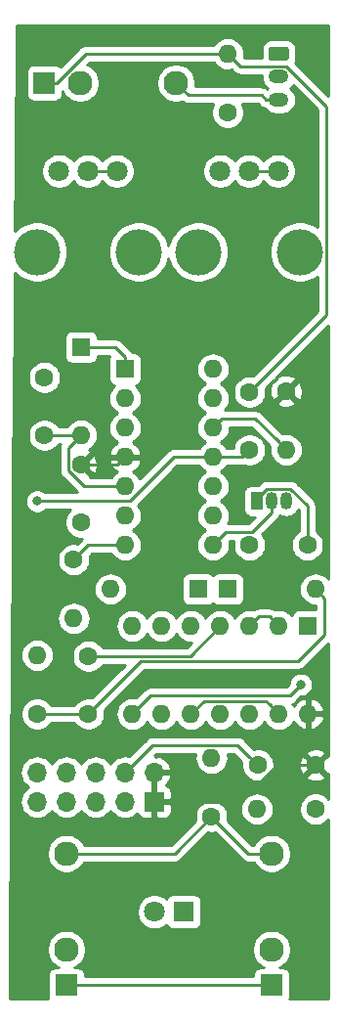
<source format=gbr>
G04 #@! TF.GenerationSoftware,KiCad,Pcbnew,(5.1.0)-1*
G04 #@! TF.CreationDate,2019-04-07T20:12:25-04:00*
G04 #@! TF.ProjectId,envelope,656e7665-6c6f-4706-952e-6b696361645f,rev?*
G04 #@! TF.SameCoordinates,Original*
G04 #@! TF.FileFunction,Copper,L1,Top*
G04 #@! TF.FilePolarity,Positive*
%FSLAX46Y46*%
G04 Gerber Fmt 4.6, Leading zero omitted, Abs format (unit mm)*
G04 Created by KiCad (PCBNEW (5.1.0)-1) date 2019-04-07 20:12:25*
%MOMM*%
%LPD*%
G04 APERTURE LIST*
%ADD10O,1.600000X1.600000*%
%ADD11R,1.600000X1.600000*%
%ADD12C,4.000000*%
%ADD13C,1.800000*%
%ADD14C,1.600000*%
%ADD15R,1.050000X1.500000*%
%ADD16O,1.050000X1.500000*%
%ADD17C,2.130000*%
%ADD18R,1.930000X1.830000*%
%ADD19O,1.700000X1.700000*%
%ADD20R,1.700000X1.700000*%
%ADD21R,1.830000X1.930000*%
%ADD22O,1.750000X1.200000*%
%ADD23C,0.100000*%
%ADD24C,1.200000*%
%ADD25R,1.800000X1.800000*%
%ADD26C,0.800000*%
%ADD27C,0.250000*%
%ADD28C,0.254000*%
G04 APERTURE END LIST*
D10*
X138430000Y-109220000D03*
X123190000Y-101600000D03*
X135890000Y-109220000D03*
X125730000Y-101600000D03*
X133350000Y-109220000D03*
X128270000Y-101600000D03*
X130810000Y-109220000D03*
X130810000Y-101600000D03*
X128270000Y-109220000D03*
X133350000Y-101600000D03*
X125730000Y-109220000D03*
X135890000Y-101600000D03*
X123190000Y-109220000D03*
D11*
X138430000Y-101600000D03*
D10*
X130175000Y-79375000D03*
X122555000Y-94615000D03*
X130175000Y-81915000D03*
X122555000Y-92075000D03*
X130175000Y-84455000D03*
X122555000Y-89535000D03*
X130175000Y-86995000D03*
X122555000Y-86995000D03*
X130175000Y-89535000D03*
X122555000Y-84455000D03*
X130175000Y-92075000D03*
X122555000Y-81915000D03*
X130175000Y-94615000D03*
D11*
X122555000Y-79375000D03*
D12*
X128910000Y-69230000D03*
X137710000Y-69230000D03*
D13*
X130810000Y-62230000D03*
X133310000Y-62230000D03*
X135810000Y-62230000D03*
D12*
X114940000Y-69230000D03*
X123740000Y-69230000D03*
D13*
X116840000Y-62230000D03*
X119340000Y-62230000D03*
X121840000Y-62230000D03*
D10*
X130048000Y-113030000D03*
D14*
X130048000Y-118110000D03*
D10*
X133985000Y-117475000D03*
D14*
X139065000Y-117475000D03*
D10*
X114935000Y-104140000D03*
D14*
X114935000Y-109220000D03*
D10*
X136525000Y-86360000D03*
D14*
X136525000Y-81280000D03*
D10*
X118110000Y-100965000D03*
D14*
X118110000Y-95885000D03*
D10*
X131445000Y-52070000D03*
D14*
X131445000Y-57150000D03*
D15*
X133985000Y-90805000D03*
D16*
X136525000Y-90805000D03*
X135255000Y-90805000D03*
D17*
X135255000Y-121315000D03*
D18*
X135255000Y-132715000D03*
D17*
X135255000Y-129615000D03*
D19*
X114935000Y-114300000D03*
X114935000Y-116840000D03*
X117475000Y-114300000D03*
X117475000Y-116840000D03*
X120015000Y-114300000D03*
X120015000Y-116840000D03*
X122555000Y-114300000D03*
X122555000Y-116840000D03*
X125095000Y-114300000D03*
D20*
X125095000Y-116840000D03*
D17*
X117475000Y-121315000D03*
D18*
X117475000Y-132715000D03*
D17*
X117475000Y-129615000D03*
X126970000Y-54610000D03*
D21*
X115570000Y-54610000D03*
D17*
X118670000Y-54610000D03*
D22*
X135890000Y-56070000D03*
X135890000Y-54070000D03*
D23*
G36*
X136539505Y-51471204D02*
G01*
X136563773Y-51474804D01*
X136587572Y-51480765D01*
X136610671Y-51489030D01*
X136632850Y-51499520D01*
X136653893Y-51512132D01*
X136673599Y-51526747D01*
X136691777Y-51543223D01*
X136708253Y-51561401D01*
X136722868Y-51581107D01*
X136735480Y-51602150D01*
X136745970Y-51624329D01*
X136754235Y-51647428D01*
X136760196Y-51671227D01*
X136763796Y-51695495D01*
X136765000Y-51719999D01*
X136765000Y-52420001D01*
X136763796Y-52444505D01*
X136760196Y-52468773D01*
X136754235Y-52492572D01*
X136745970Y-52515671D01*
X136735480Y-52537850D01*
X136722868Y-52558893D01*
X136708253Y-52578599D01*
X136691777Y-52596777D01*
X136673599Y-52613253D01*
X136653893Y-52627868D01*
X136632850Y-52640480D01*
X136610671Y-52650970D01*
X136587572Y-52659235D01*
X136563773Y-52665196D01*
X136539505Y-52668796D01*
X136515001Y-52670000D01*
X135264999Y-52670000D01*
X135240495Y-52668796D01*
X135216227Y-52665196D01*
X135192428Y-52659235D01*
X135169329Y-52650970D01*
X135147150Y-52640480D01*
X135126107Y-52627868D01*
X135106401Y-52613253D01*
X135088223Y-52596777D01*
X135071747Y-52578599D01*
X135057132Y-52558893D01*
X135044520Y-52537850D01*
X135034030Y-52515671D01*
X135025765Y-52492572D01*
X135019804Y-52468773D01*
X135016204Y-52444505D01*
X135015000Y-52420001D01*
X135015000Y-51719999D01*
X135016204Y-51695495D01*
X135019804Y-51671227D01*
X135025765Y-51647428D01*
X135034030Y-51624329D01*
X135044520Y-51602150D01*
X135057132Y-51581107D01*
X135071747Y-51561401D01*
X135088223Y-51543223D01*
X135106401Y-51526747D01*
X135126107Y-51512132D01*
X135147150Y-51499520D01*
X135169329Y-51489030D01*
X135192428Y-51480765D01*
X135216227Y-51474804D01*
X135240495Y-51471204D01*
X135264999Y-51470000D01*
X136515001Y-51470000D01*
X136539505Y-51471204D01*
X136539505Y-51471204D01*
G37*
D24*
X135890000Y-52070000D03*
D13*
X125095000Y-126365000D03*
D25*
X127635000Y-126365000D03*
D10*
X139065000Y-98425000D03*
D11*
X131445000Y-98425000D03*
D10*
X121285000Y-98425000D03*
D11*
X128905000Y-98425000D03*
D10*
X118745000Y-85090000D03*
D11*
X118745000Y-77470000D03*
D14*
X134065000Y-113665000D03*
X139065000Y-113665000D03*
X119380000Y-104220000D03*
X119380000Y-109220000D03*
X138350000Y-94615000D03*
X133350000Y-94615000D03*
X115570000Y-80090000D03*
X115570000Y-85090000D03*
X133350000Y-81360000D03*
X133350000Y-86360000D03*
X118745000Y-92630000D03*
X118745000Y-87630000D03*
D26*
X114935000Y-90805000D03*
X137795000Y-106680000D03*
D27*
X121920000Y-87630000D02*
X122555000Y-86995000D01*
X118745000Y-87630000D02*
X121920000Y-87630000D01*
X137933630Y-113665000D02*
X139065000Y-113665000D01*
X135730002Y-113665000D02*
X137933630Y-113665000D01*
X132555002Y-116840000D02*
X135730002Y-113665000D01*
X125095000Y-116840000D02*
X132555002Y-116840000D01*
X117475000Y-132715000D02*
X135255000Y-132715000D01*
X133265001Y-112865001D02*
X134065000Y-113665000D01*
X132304999Y-111904999D02*
X133265001Y-112865001D01*
X124950001Y-111904999D02*
X132304999Y-111904999D01*
X122555000Y-114300000D02*
X124950001Y-111904999D01*
X130313630Y-52070000D02*
X131445000Y-52070000D01*
X119152798Y-52070000D02*
X130313630Y-52070000D01*
X116612798Y-54610000D02*
X119152798Y-52070000D01*
X115570000Y-54610000D02*
X116612798Y-54610000D01*
X133985000Y-90580000D02*
X133985000Y-90805000D01*
X134835010Y-89729990D02*
X133985000Y-90580000D01*
X136877085Y-89729990D02*
X134835010Y-89729990D01*
X138350000Y-91202905D02*
X136877085Y-89729990D01*
X138350000Y-94615000D02*
X138350000Y-91202905D01*
X134149999Y-80560001D02*
X133350000Y-81360000D01*
X140035001Y-74674999D02*
X134149999Y-80560001D01*
X140035001Y-56631840D02*
X140035001Y-74674999D01*
X136548151Y-53144990D02*
X140035001Y-56631840D01*
X132519990Y-53144990D02*
X136548151Y-53144990D01*
X131445000Y-52070000D02*
X132519990Y-53144990D01*
X132715000Y-86995000D02*
X133350000Y-86360000D01*
X130175000Y-86995000D02*
X132715000Y-86995000D01*
X126760002Y-86995000D02*
X122950002Y-90805000D01*
X130175000Y-86995000D02*
X126760002Y-86995000D01*
X122950002Y-90805000D02*
X114935000Y-90805000D01*
X114935000Y-90805000D02*
X114935000Y-90805000D01*
X115570000Y-85090000D02*
X118745000Y-85090000D01*
X121423630Y-89535000D02*
X122555000Y-89535000D01*
X118984998Y-89535000D02*
X121423630Y-89535000D01*
X117619999Y-88170001D02*
X118984998Y-89535000D01*
X117619999Y-86215001D02*
X117619999Y-88170001D01*
X118745000Y-85090000D02*
X117619999Y-86215001D01*
X119340000Y-62230000D02*
X121840000Y-62230000D01*
X133310000Y-62230000D02*
X135810000Y-62230000D01*
X122555000Y-78325000D02*
X122555000Y-79375000D01*
X121700000Y-77470000D02*
X122555000Y-78325000D01*
X118745000Y-77470000D02*
X121700000Y-77470000D01*
X119380000Y-94615000D02*
X122555000Y-94615000D01*
X118110000Y-95885000D02*
X119380000Y-94615000D01*
X135255000Y-91805000D02*
X135255000Y-90805000D01*
X133570001Y-93489999D02*
X135255000Y-91805000D01*
X131300001Y-93489999D02*
X133570001Y-93489999D01*
X130175000Y-94615000D02*
X131300001Y-93489999D01*
X135725001Y-85560001D02*
X136525000Y-86360000D01*
X133820001Y-83655001D02*
X135725001Y-85560001D01*
X130974999Y-83655001D02*
X133820001Y-83655001D01*
X130175000Y-84455000D02*
X130974999Y-83655001D01*
X134765000Y-56070000D02*
X135890000Y-56070000D01*
X134369999Y-55674999D02*
X134765000Y-56070000D01*
X128034999Y-55674999D02*
X134369999Y-55674999D01*
X126970000Y-54610000D02*
X128034999Y-55674999D01*
X126843000Y-121315000D02*
X130048000Y-118110000D01*
X117475000Y-121315000D02*
X126843000Y-121315000D01*
X133253000Y-121315000D02*
X135255000Y-121315000D01*
X130048000Y-118110000D02*
X133253000Y-121315000D01*
X128190000Y-104220000D02*
X130810000Y-101600000D01*
X119380000Y-104220000D02*
X128190000Y-104220000D01*
X114935000Y-109220000D02*
X119380000Y-109220000D01*
X139864999Y-99224999D02*
X139065000Y-98425000D01*
X139864999Y-102350003D02*
X139864999Y-99224999D01*
X137544992Y-104670010D02*
X139864999Y-102350003D01*
X123929990Y-104670010D02*
X137544992Y-104670010D01*
X119380000Y-109220000D02*
X123929990Y-104670010D01*
X123989999Y-108420001D02*
X123190000Y-109220000D01*
X124765011Y-107644989D02*
X123989999Y-108420001D01*
X136830011Y-107644989D02*
X124765011Y-107644989D01*
X137795000Y-106680000D02*
X136830011Y-107644989D01*
X135090001Y-108420001D02*
X135890000Y-109220000D01*
X134764999Y-108094999D02*
X135090001Y-108420001D01*
X129395001Y-108094999D02*
X134764999Y-108094999D01*
X128270000Y-109220000D02*
X129395001Y-108094999D01*
X135090001Y-100800001D02*
X135890000Y-101600000D01*
X134149999Y-100800001D02*
X135090001Y-100800001D01*
X133350000Y-101600000D02*
X134149999Y-100800001D01*
D28*
G36*
X140185000Y-55707037D02*
G01*
X137301455Y-52823493D01*
X137335472Y-52759851D01*
X137386008Y-52593255D01*
X137403072Y-52420001D01*
X137403072Y-51719999D01*
X137386008Y-51546745D01*
X137335472Y-51380149D01*
X137253405Y-51226613D01*
X137142962Y-51092038D01*
X137008387Y-50981595D01*
X136854851Y-50899528D01*
X136688255Y-50848992D01*
X136515001Y-50831928D01*
X135264999Y-50831928D01*
X135091745Y-50848992D01*
X134925149Y-50899528D01*
X134771613Y-50981595D01*
X134637038Y-51092038D01*
X134526595Y-51226613D01*
X134444528Y-51380149D01*
X134393992Y-51546745D01*
X134376928Y-51719999D01*
X134376928Y-52384990D01*
X132849019Y-52384990D01*
X132859236Y-52351309D01*
X132886943Y-52070000D01*
X132859236Y-51788691D01*
X132777182Y-51518192D01*
X132643932Y-51268899D01*
X132464608Y-51050392D01*
X132246101Y-50871068D01*
X131996808Y-50737818D01*
X131726309Y-50655764D01*
X131515492Y-50635000D01*
X131374508Y-50635000D01*
X131163691Y-50655764D01*
X130893192Y-50737818D01*
X130643899Y-50871068D01*
X130425392Y-51050392D01*
X130246068Y-51268899D01*
X130224099Y-51310000D01*
X119190120Y-51310000D01*
X119152797Y-51306324D01*
X119115474Y-51310000D01*
X119115465Y-51310000D01*
X119003812Y-51320997D01*
X118860551Y-51364454D01*
X118728522Y-51435026D01*
X118728520Y-51435027D01*
X118728521Y-51435027D01*
X118641794Y-51506201D01*
X118641790Y-51506205D01*
X118612797Y-51529999D01*
X118589003Y-51558992D01*
X116944297Y-53203699D01*
X116936185Y-53193815D01*
X116839494Y-53114463D01*
X116729180Y-53055498D01*
X116609482Y-53019188D01*
X116485000Y-53006928D01*
X114655000Y-53006928D01*
X114530518Y-53019188D01*
X114410820Y-53055498D01*
X114300506Y-53114463D01*
X114203815Y-53193815D01*
X114124463Y-53290506D01*
X114065498Y-53400820D01*
X114029188Y-53520518D01*
X114016928Y-53645000D01*
X114016928Y-55575000D01*
X114029188Y-55699482D01*
X114065498Y-55819180D01*
X114124463Y-55929494D01*
X114203815Y-56026185D01*
X114300506Y-56105537D01*
X114410820Y-56164502D01*
X114530518Y-56200812D01*
X114655000Y-56213072D01*
X116485000Y-56213072D01*
X116609482Y-56200812D01*
X116729180Y-56164502D01*
X116839494Y-56105537D01*
X116936185Y-56026185D01*
X117015537Y-55929494D01*
X117074502Y-55819180D01*
X117110812Y-55699482D01*
X117123072Y-55575000D01*
X117123072Y-55317701D01*
X117163479Y-55415252D01*
X117349523Y-55693687D01*
X117586313Y-55930477D01*
X117864748Y-56116521D01*
X118174128Y-56244670D01*
X118502565Y-56310000D01*
X118837435Y-56310000D01*
X119165872Y-56244670D01*
X119475252Y-56116521D01*
X119753687Y-55930477D01*
X119990477Y-55693687D01*
X120176521Y-55415252D01*
X120304670Y-55105872D01*
X120370000Y-54777435D01*
X120370000Y-54442565D01*
X120304670Y-54114128D01*
X120176521Y-53804748D01*
X119990477Y-53526313D01*
X119753687Y-53289523D01*
X119475252Y-53103479D01*
X119276463Y-53021138D01*
X119467601Y-52830000D01*
X130224099Y-52830000D01*
X130246068Y-52871101D01*
X130425392Y-53089608D01*
X130643899Y-53268932D01*
X130893192Y-53402182D01*
X131163691Y-53484236D01*
X131374508Y-53505000D01*
X131515492Y-53505000D01*
X131726309Y-53484236D01*
X131770905Y-53470708D01*
X131956195Y-53655998D01*
X131979989Y-53684991D01*
X132008982Y-53708785D01*
X132008986Y-53708789D01*
X132079675Y-53766801D01*
X132095714Y-53779964D01*
X132227743Y-53850536D01*
X132371004Y-53893993D01*
X132482657Y-53904990D01*
X132482666Y-53904990D01*
X132519989Y-53908666D01*
X132557312Y-53904990D01*
X134390277Y-53904990D01*
X134374025Y-54070000D01*
X134397870Y-54312102D01*
X134468489Y-54544901D01*
X134583167Y-54759449D01*
X134737498Y-54947502D01*
X134886762Y-55070000D01*
X134858781Y-55092964D01*
X134794275Y-55040025D01*
X134662246Y-54969453D01*
X134518985Y-54925996D01*
X134407332Y-54914999D01*
X134407321Y-54914999D01*
X134369999Y-54911323D01*
X134332677Y-54914999D01*
X128642637Y-54914999D01*
X128670000Y-54777435D01*
X128670000Y-54442565D01*
X128604670Y-54114128D01*
X128476521Y-53804748D01*
X128290477Y-53526313D01*
X128053687Y-53289523D01*
X127775252Y-53103479D01*
X127465872Y-52975330D01*
X127137435Y-52910000D01*
X126802565Y-52910000D01*
X126474128Y-52975330D01*
X126164748Y-53103479D01*
X125886313Y-53289523D01*
X125649523Y-53526313D01*
X125463479Y-53804748D01*
X125335330Y-54114128D01*
X125270000Y-54442565D01*
X125270000Y-54777435D01*
X125335330Y-55105872D01*
X125463479Y-55415252D01*
X125649523Y-55693687D01*
X125886313Y-55930477D01*
X126164748Y-56116521D01*
X126474128Y-56244670D01*
X126802565Y-56310000D01*
X127137435Y-56310000D01*
X127465872Y-56244670D01*
X127509255Y-56226700D01*
X127523996Y-56238798D01*
X127610722Y-56309973D01*
X127666137Y-56339593D01*
X127742752Y-56380545D01*
X127886013Y-56424002D01*
X127997666Y-56434999D01*
X127997675Y-56434999D01*
X128034998Y-56438675D01*
X128072321Y-56434999D01*
X130196889Y-56434999D01*
X130173320Y-56470273D01*
X130065147Y-56731426D01*
X130010000Y-57008665D01*
X130010000Y-57291335D01*
X130065147Y-57568574D01*
X130173320Y-57829727D01*
X130330363Y-58064759D01*
X130530241Y-58264637D01*
X130765273Y-58421680D01*
X131026426Y-58529853D01*
X131303665Y-58585000D01*
X131586335Y-58585000D01*
X131863574Y-58529853D01*
X132124727Y-58421680D01*
X132359759Y-58264637D01*
X132559637Y-58064759D01*
X132716680Y-57829727D01*
X132824853Y-57568574D01*
X132880000Y-57291335D01*
X132880000Y-57008665D01*
X132824853Y-56731426D01*
X132716680Y-56470273D01*
X132693111Y-56434999D01*
X134055198Y-56434999D01*
X134201196Y-56580997D01*
X134224999Y-56610001D01*
X134340724Y-56704974D01*
X134472753Y-56775546D01*
X134616014Y-56819003D01*
X134633451Y-56820720D01*
X134737498Y-56947502D01*
X134925551Y-57101833D01*
X135140099Y-57216511D01*
X135372898Y-57287130D01*
X135554335Y-57305000D01*
X136225665Y-57305000D01*
X136407102Y-57287130D01*
X136639901Y-57216511D01*
X136854449Y-57101833D01*
X137042502Y-56947502D01*
X137196833Y-56759449D01*
X137311511Y-56544901D01*
X137382130Y-56312102D01*
X137405975Y-56070000D01*
X137382130Y-55827898D01*
X137311511Y-55595099D01*
X137196833Y-55380551D01*
X137042502Y-55192498D01*
X136893238Y-55070000D01*
X137042502Y-54947502D01*
X137147690Y-54819330D01*
X139275001Y-56946642D01*
X139275002Y-67106613D01*
X138958141Y-66894893D01*
X138478601Y-66696261D01*
X137969525Y-66595000D01*
X137450475Y-66595000D01*
X136941399Y-66696261D01*
X136461859Y-66894893D01*
X136030285Y-67183262D01*
X135663262Y-67550285D01*
X135374893Y-67981859D01*
X135176261Y-68461399D01*
X135075000Y-68970475D01*
X135075000Y-69489525D01*
X135176261Y-69998601D01*
X135374893Y-70478141D01*
X135663262Y-70909715D01*
X136030285Y-71276738D01*
X136461859Y-71565107D01*
X136941399Y-71763739D01*
X137450475Y-71865000D01*
X137969525Y-71865000D01*
X138478601Y-71763739D01*
X138958141Y-71565107D01*
X139275002Y-71353387D01*
X139275002Y-74360196D01*
X133673887Y-79961312D01*
X133491335Y-79925000D01*
X133208665Y-79925000D01*
X132931426Y-79980147D01*
X132670273Y-80088320D01*
X132435241Y-80245363D01*
X132235363Y-80445241D01*
X132078320Y-80680273D01*
X131970147Y-80941426D01*
X131915000Y-81218665D01*
X131915000Y-81501335D01*
X131970147Y-81778574D01*
X132078320Y-82039727D01*
X132235363Y-82274759D01*
X132435241Y-82474637D01*
X132670273Y-82631680D01*
X132931426Y-82739853D01*
X133208665Y-82795000D01*
X133491335Y-82795000D01*
X133768574Y-82739853D01*
X134029727Y-82631680D01*
X134264759Y-82474637D01*
X134464637Y-82274759D01*
X134466011Y-82272702D01*
X135711903Y-82272702D01*
X135783486Y-82516671D01*
X136038996Y-82637571D01*
X136313184Y-82706300D01*
X136595512Y-82720217D01*
X136875130Y-82678787D01*
X137141292Y-82583603D01*
X137266514Y-82516671D01*
X137338097Y-82272702D01*
X136525000Y-81459605D01*
X135711903Y-82272702D01*
X134466011Y-82272702D01*
X134621680Y-82039727D01*
X134729853Y-81778574D01*
X134785000Y-81501335D01*
X134785000Y-81218665D01*
X134748688Y-81036113D01*
X135425097Y-80359704D01*
X135532296Y-80466903D01*
X135288329Y-80538486D01*
X135167429Y-80793996D01*
X135098700Y-81068184D01*
X135084783Y-81350512D01*
X135126213Y-81630130D01*
X135221397Y-81896292D01*
X135288329Y-82021514D01*
X135532298Y-82093097D01*
X136345395Y-81280000D01*
X136704605Y-81280000D01*
X137517702Y-82093097D01*
X137761671Y-82021514D01*
X137882571Y-81766004D01*
X137951300Y-81491816D01*
X137965217Y-81209488D01*
X137923787Y-80929870D01*
X137828603Y-80663708D01*
X137761671Y-80538486D01*
X137517702Y-80466903D01*
X136704605Y-81280000D01*
X136345395Y-81280000D01*
X136331253Y-81265858D01*
X136510858Y-81086253D01*
X136525000Y-81100395D01*
X137338097Y-80287298D01*
X137266514Y-80043329D01*
X137011004Y-79922429D01*
X136736816Y-79853700D01*
X136454488Y-79839783D01*
X136174870Y-79881213D01*
X135908708Y-79976397D01*
X135783486Y-80043329D01*
X135711903Y-80287296D01*
X135604704Y-80180097D01*
X140185000Y-75599802D01*
X140185001Y-97527721D01*
X140084608Y-97405392D01*
X139866101Y-97226068D01*
X139616808Y-97092818D01*
X139346309Y-97010764D01*
X139135492Y-96990000D01*
X138994508Y-96990000D01*
X138783691Y-97010764D01*
X138513192Y-97092818D01*
X138263899Y-97226068D01*
X138045392Y-97405392D01*
X137866068Y-97623899D01*
X137732818Y-97873192D01*
X137650764Y-98143691D01*
X137623057Y-98425000D01*
X137650764Y-98706309D01*
X137732818Y-98976808D01*
X137866068Y-99226101D01*
X138045392Y-99444608D01*
X138263899Y-99623932D01*
X138513192Y-99757182D01*
X138783691Y-99839236D01*
X138994508Y-99860000D01*
X139105000Y-99860000D01*
X139105000Y-100161928D01*
X137630000Y-100161928D01*
X137505518Y-100174188D01*
X137385820Y-100210498D01*
X137275506Y-100269463D01*
X137178815Y-100348815D01*
X137099463Y-100445506D01*
X137040498Y-100555820D01*
X137004188Y-100675518D01*
X137002419Y-100693482D01*
X136909608Y-100580392D01*
X136691101Y-100401068D01*
X136441808Y-100267818D01*
X136171309Y-100185764D01*
X135960492Y-100165000D01*
X135819508Y-100165000D01*
X135608691Y-100185764D01*
X135558206Y-100201078D01*
X135514277Y-100165027D01*
X135382248Y-100094455D01*
X135238987Y-100050998D01*
X135127334Y-100040001D01*
X135127323Y-100040001D01*
X135090001Y-100036325D01*
X135052679Y-100040001D01*
X134187321Y-100040001D01*
X134149998Y-100036325D01*
X134112675Y-100040001D01*
X134112666Y-100040001D01*
X134001013Y-100050998D01*
X133857752Y-100094455D01*
X133725723Y-100165027D01*
X133725721Y-100165028D01*
X133725722Y-100165028D01*
X133681794Y-100201078D01*
X133631309Y-100185764D01*
X133420492Y-100165000D01*
X133279508Y-100165000D01*
X133068691Y-100185764D01*
X132798192Y-100267818D01*
X132548899Y-100401068D01*
X132330392Y-100580392D01*
X132151068Y-100798899D01*
X132080000Y-100931858D01*
X132008932Y-100798899D01*
X131829608Y-100580392D01*
X131611101Y-100401068D01*
X131361808Y-100267818D01*
X131091309Y-100185764D01*
X130880492Y-100165000D01*
X130739508Y-100165000D01*
X130528691Y-100185764D01*
X130258192Y-100267818D01*
X130008899Y-100401068D01*
X129790392Y-100580392D01*
X129611068Y-100798899D01*
X129540000Y-100931858D01*
X129468932Y-100798899D01*
X129289608Y-100580392D01*
X129071101Y-100401068D01*
X128821808Y-100267818D01*
X128551309Y-100185764D01*
X128340492Y-100165000D01*
X128199508Y-100165000D01*
X127988691Y-100185764D01*
X127718192Y-100267818D01*
X127468899Y-100401068D01*
X127250392Y-100580392D01*
X127071068Y-100798899D01*
X127000000Y-100931858D01*
X126928932Y-100798899D01*
X126749608Y-100580392D01*
X126531101Y-100401068D01*
X126281808Y-100267818D01*
X126011309Y-100185764D01*
X125800492Y-100165000D01*
X125659508Y-100165000D01*
X125448691Y-100185764D01*
X125178192Y-100267818D01*
X124928899Y-100401068D01*
X124710392Y-100580392D01*
X124531068Y-100798899D01*
X124460000Y-100931858D01*
X124388932Y-100798899D01*
X124209608Y-100580392D01*
X123991101Y-100401068D01*
X123741808Y-100267818D01*
X123471309Y-100185764D01*
X123260492Y-100165000D01*
X123119508Y-100165000D01*
X122908691Y-100185764D01*
X122638192Y-100267818D01*
X122388899Y-100401068D01*
X122170392Y-100580392D01*
X121991068Y-100798899D01*
X121857818Y-101048192D01*
X121775764Y-101318691D01*
X121748057Y-101600000D01*
X121775764Y-101881309D01*
X121857818Y-102151808D01*
X121991068Y-102401101D01*
X122170392Y-102619608D01*
X122388899Y-102798932D01*
X122638192Y-102932182D01*
X122908691Y-103014236D01*
X123119508Y-103035000D01*
X123260492Y-103035000D01*
X123471309Y-103014236D01*
X123741808Y-102932182D01*
X123991101Y-102798932D01*
X124209608Y-102619608D01*
X124388932Y-102401101D01*
X124460000Y-102268142D01*
X124531068Y-102401101D01*
X124710392Y-102619608D01*
X124928899Y-102798932D01*
X125178192Y-102932182D01*
X125448691Y-103014236D01*
X125659508Y-103035000D01*
X125800492Y-103035000D01*
X126011309Y-103014236D01*
X126281808Y-102932182D01*
X126531101Y-102798932D01*
X126749608Y-102619608D01*
X126928932Y-102401101D01*
X127000000Y-102268142D01*
X127071068Y-102401101D01*
X127250392Y-102619608D01*
X127468899Y-102798932D01*
X127718192Y-102932182D01*
X127988691Y-103014236D01*
X128199508Y-103035000D01*
X128300199Y-103035000D01*
X127875199Y-103460000D01*
X120598043Y-103460000D01*
X120494637Y-103305241D01*
X120294759Y-103105363D01*
X120059727Y-102948320D01*
X119798574Y-102840147D01*
X119521335Y-102785000D01*
X119238665Y-102785000D01*
X118961426Y-102840147D01*
X118700273Y-102948320D01*
X118465241Y-103105363D01*
X118265363Y-103305241D01*
X118108320Y-103540273D01*
X118000147Y-103801426D01*
X117945000Y-104078665D01*
X117945000Y-104361335D01*
X118000147Y-104638574D01*
X118108320Y-104899727D01*
X118265363Y-105134759D01*
X118465241Y-105334637D01*
X118700273Y-105491680D01*
X118961426Y-105599853D01*
X119238665Y-105655000D01*
X119521335Y-105655000D01*
X119798574Y-105599853D01*
X120059727Y-105491680D01*
X120294759Y-105334637D01*
X120494637Y-105134759D01*
X120598043Y-104980000D01*
X122545198Y-104980000D01*
X119703887Y-107821312D01*
X119521335Y-107785000D01*
X119238665Y-107785000D01*
X118961426Y-107840147D01*
X118700273Y-107948320D01*
X118465241Y-108105363D01*
X118265363Y-108305241D01*
X118161957Y-108460000D01*
X116153043Y-108460000D01*
X116049637Y-108305241D01*
X115849759Y-108105363D01*
X115614727Y-107948320D01*
X115353574Y-107840147D01*
X115076335Y-107785000D01*
X114793665Y-107785000D01*
X114516426Y-107840147D01*
X114255273Y-107948320D01*
X114020241Y-108105363D01*
X113820363Y-108305241D01*
X113663320Y-108540273D01*
X113555147Y-108801426D01*
X113500000Y-109078665D01*
X113500000Y-109361335D01*
X113555147Y-109638574D01*
X113663320Y-109899727D01*
X113820363Y-110134759D01*
X114020241Y-110334637D01*
X114255273Y-110491680D01*
X114516426Y-110599853D01*
X114793665Y-110655000D01*
X115076335Y-110655000D01*
X115353574Y-110599853D01*
X115614727Y-110491680D01*
X115849759Y-110334637D01*
X116049637Y-110134759D01*
X116153043Y-109980000D01*
X118161957Y-109980000D01*
X118265363Y-110134759D01*
X118465241Y-110334637D01*
X118700273Y-110491680D01*
X118961426Y-110599853D01*
X119238665Y-110655000D01*
X119521335Y-110655000D01*
X119798574Y-110599853D01*
X120059727Y-110491680D01*
X120294759Y-110334637D01*
X120494637Y-110134759D01*
X120651680Y-109899727D01*
X120759853Y-109638574D01*
X120815000Y-109361335D01*
X120815000Y-109220000D01*
X121748057Y-109220000D01*
X121775764Y-109501309D01*
X121857818Y-109771808D01*
X121991068Y-110021101D01*
X122170392Y-110239608D01*
X122388899Y-110418932D01*
X122638192Y-110552182D01*
X122908691Y-110634236D01*
X123119508Y-110655000D01*
X123260492Y-110655000D01*
X123471309Y-110634236D01*
X123741808Y-110552182D01*
X123991101Y-110418932D01*
X124209608Y-110239608D01*
X124388932Y-110021101D01*
X124460000Y-109888142D01*
X124531068Y-110021101D01*
X124710392Y-110239608D01*
X124928899Y-110418932D01*
X125178192Y-110552182D01*
X125448691Y-110634236D01*
X125659508Y-110655000D01*
X125800492Y-110655000D01*
X126011309Y-110634236D01*
X126281808Y-110552182D01*
X126531101Y-110418932D01*
X126749608Y-110239608D01*
X126928932Y-110021101D01*
X127000000Y-109888142D01*
X127071068Y-110021101D01*
X127250392Y-110239608D01*
X127468899Y-110418932D01*
X127718192Y-110552182D01*
X127988691Y-110634236D01*
X128199508Y-110655000D01*
X128340492Y-110655000D01*
X128551309Y-110634236D01*
X128821808Y-110552182D01*
X129071101Y-110418932D01*
X129289608Y-110239608D01*
X129468932Y-110021101D01*
X129540000Y-109888142D01*
X129611068Y-110021101D01*
X129790392Y-110239608D01*
X130008899Y-110418932D01*
X130258192Y-110552182D01*
X130528691Y-110634236D01*
X130739508Y-110655000D01*
X130880492Y-110655000D01*
X131091309Y-110634236D01*
X131361808Y-110552182D01*
X131611101Y-110418932D01*
X131829608Y-110239608D01*
X132008932Y-110021101D01*
X132080000Y-109888142D01*
X132151068Y-110021101D01*
X132330392Y-110239608D01*
X132548899Y-110418932D01*
X132798192Y-110552182D01*
X133068691Y-110634236D01*
X133279508Y-110655000D01*
X133420492Y-110655000D01*
X133631309Y-110634236D01*
X133901808Y-110552182D01*
X134151101Y-110418932D01*
X134369608Y-110239608D01*
X134548932Y-110021101D01*
X134620000Y-109888142D01*
X134691068Y-110021101D01*
X134870392Y-110239608D01*
X135088899Y-110418932D01*
X135338192Y-110552182D01*
X135608691Y-110634236D01*
X135819508Y-110655000D01*
X135960492Y-110655000D01*
X136171309Y-110634236D01*
X136441808Y-110552182D01*
X136691101Y-110418932D01*
X136909608Y-110239608D01*
X137088932Y-110021101D01*
X137162579Y-109883318D01*
X137277615Y-110075131D01*
X137466586Y-110283519D01*
X137692580Y-110451037D01*
X137946913Y-110571246D01*
X138080961Y-110611904D01*
X138303000Y-110489915D01*
X138303000Y-109347000D01*
X138557000Y-109347000D01*
X138557000Y-110489915D01*
X138779039Y-110611904D01*
X138913087Y-110571246D01*
X139167420Y-110451037D01*
X139393414Y-110283519D01*
X139582385Y-110075131D01*
X139727070Y-109833881D01*
X139821909Y-109569040D01*
X139700624Y-109347000D01*
X138557000Y-109347000D01*
X138303000Y-109347000D01*
X138283000Y-109347000D01*
X138283000Y-109093000D01*
X138303000Y-109093000D01*
X138303000Y-107950085D01*
X138557000Y-107950085D01*
X138557000Y-109093000D01*
X139700624Y-109093000D01*
X139821909Y-108870960D01*
X139727070Y-108606119D01*
X139582385Y-108364869D01*
X139393414Y-108156481D01*
X139167420Y-107988963D01*
X138913087Y-107868754D01*
X138779039Y-107828096D01*
X138557000Y-107950085D01*
X138303000Y-107950085D01*
X138080961Y-107828096D01*
X137946913Y-107868754D01*
X137692580Y-107988963D01*
X137466586Y-108156481D01*
X137277615Y-108364869D01*
X137162579Y-108556682D01*
X137088932Y-108418899D01*
X137050653Y-108372256D01*
X137122258Y-108350535D01*
X137254287Y-108279963D01*
X137370012Y-108184990D01*
X137393815Y-108155987D01*
X137834801Y-107715000D01*
X137896939Y-107715000D01*
X138096898Y-107675226D01*
X138285256Y-107597205D01*
X138454774Y-107483937D01*
X138598937Y-107339774D01*
X138712205Y-107170256D01*
X138790226Y-106981898D01*
X138830000Y-106781939D01*
X138830000Y-106578061D01*
X138790226Y-106378102D01*
X138712205Y-106189744D01*
X138598937Y-106020226D01*
X138454774Y-105876063D01*
X138285256Y-105762795D01*
X138096898Y-105684774D01*
X137896939Y-105645000D01*
X137693061Y-105645000D01*
X137493102Y-105684774D01*
X137304744Y-105762795D01*
X137135226Y-105876063D01*
X136991063Y-106020226D01*
X136877795Y-106189744D01*
X136799774Y-106378102D01*
X136760000Y-106578061D01*
X136760000Y-106640199D01*
X136515210Y-106884989D01*
X124802333Y-106884989D01*
X124765010Y-106881313D01*
X124727687Y-106884989D01*
X124727678Y-106884989D01*
X124616025Y-106895986D01*
X124472764Y-106939443D01*
X124340735Y-107010015D01*
X124340733Y-107010016D01*
X124340734Y-107010016D01*
X124254007Y-107081190D01*
X124254003Y-107081194D01*
X124225010Y-107104988D01*
X124201216Y-107133981D01*
X123515906Y-107819292D01*
X123471309Y-107805764D01*
X123260492Y-107785000D01*
X123119508Y-107785000D01*
X122908691Y-107805764D01*
X122638192Y-107887818D01*
X122388899Y-108021068D01*
X122170392Y-108200392D01*
X121991068Y-108418899D01*
X121857818Y-108668192D01*
X121775764Y-108938691D01*
X121748057Y-109220000D01*
X120815000Y-109220000D01*
X120815000Y-109078665D01*
X120778688Y-108896113D01*
X124244792Y-105430010D01*
X137507670Y-105430010D01*
X137544992Y-105433686D01*
X137582314Y-105430010D01*
X137582325Y-105430010D01*
X137693978Y-105419013D01*
X137837239Y-105375556D01*
X137969268Y-105304984D01*
X138084993Y-105210011D01*
X138108796Y-105181007D01*
X140185001Y-103104803D01*
X140185001Y-112889254D01*
X140057702Y-112851903D01*
X139244605Y-113665000D01*
X140057702Y-114478097D01*
X140185001Y-114440746D01*
X140185001Y-116568268D01*
X140179637Y-116560241D01*
X139979759Y-116360363D01*
X139744727Y-116203320D01*
X139483574Y-116095147D01*
X139206335Y-116040000D01*
X138923665Y-116040000D01*
X138646426Y-116095147D01*
X138385273Y-116203320D01*
X138150241Y-116360363D01*
X137950363Y-116560241D01*
X137793320Y-116795273D01*
X137685147Y-117056426D01*
X137630000Y-117333665D01*
X137630000Y-117616335D01*
X137685147Y-117893574D01*
X137793320Y-118154727D01*
X137950363Y-118389759D01*
X138150241Y-118589637D01*
X138385273Y-118746680D01*
X138646426Y-118854853D01*
X138923665Y-118910000D01*
X139206335Y-118910000D01*
X139483574Y-118854853D01*
X139744727Y-118746680D01*
X139979759Y-118589637D01*
X140179637Y-118389759D01*
X140185001Y-118381731D01*
X140185001Y-133835000D01*
X136821387Y-133835000D01*
X136845812Y-133754482D01*
X136858072Y-133630000D01*
X136858072Y-131800000D01*
X136845812Y-131675518D01*
X136809502Y-131555820D01*
X136750537Y-131445506D01*
X136671185Y-131348815D01*
X136574494Y-131269463D01*
X136464180Y-131210498D01*
X136344482Y-131174188D01*
X136220000Y-131161928D01*
X135962701Y-131161928D01*
X136060252Y-131121521D01*
X136338687Y-130935477D01*
X136575477Y-130698687D01*
X136761521Y-130420252D01*
X136889670Y-130110872D01*
X136955000Y-129782435D01*
X136955000Y-129447565D01*
X136889670Y-129119128D01*
X136761521Y-128809748D01*
X136575477Y-128531313D01*
X136338687Y-128294523D01*
X136060252Y-128108479D01*
X135750872Y-127980330D01*
X135422435Y-127915000D01*
X135087565Y-127915000D01*
X134759128Y-127980330D01*
X134449748Y-128108479D01*
X134171313Y-128294523D01*
X133934523Y-128531313D01*
X133748479Y-128809748D01*
X133620330Y-129119128D01*
X133555000Y-129447565D01*
X133555000Y-129782435D01*
X133620330Y-130110872D01*
X133748479Y-130420252D01*
X133934523Y-130698687D01*
X134171313Y-130935477D01*
X134449748Y-131121521D01*
X134547299Y-131161928D01*
X134290000Y-131161928D01*
X134165518Y-131174188D01*
X134045820Y-131210498D01*
X133935506Y-131269463D01*
X133838815Y-131348815D01*
X133759463Y-131445506D01*
X133700498Y-131555820D01*
X133664188Y-131675518D01*
X133651928Y-131800000D01*
X133651928Y-131955000D01*
X119078072Y-131955000D01*
X119078072Y-131800000D01*
X119065812Y-131675518D01*
X119029502Y-131555820D01*
X118970537Y-131445506D01*
X118891185Y-131348815D01*
X118794494Y-131269463D01*
X118684180Y-131210498D01*
X118564482Y-131174188D01*
X118440000Y-131161928D01*
X118182701Y-131161928D01*
X118280252Y-131121521D01*
X118558687Y-130935477D01*
X118795477Y-130698687D01*
X118981521Y-130420252D01*
X119109670Y-130110872D01*
X119175000Y-129782435D01*
X119175000Y-129447565D01*
X119109670Y-129119128D01*
X118981521Y-128809748D01*
X118795477Y-128531313D01*
X118558687Y-128294523D01*
X118280252Y-128108479D01*
X117970872Y-127980330D01*
X117642435Y-127915000D01*
X117307565Y-127915000D01*
X116979128Y-127980330D01*
X116669748Y-128108479D01*
X116391313Y-128294523D01*
X116154523Y-128531313D01*
X115968479Y-128809748D01*
X115840330Y-129119128D01*
X115775000Y-129447565D01*
X115775000Y-129782435D01*
X115840330Y-130110872D01*
X115968479Y-130420252D01*
X116154523Y-130698687D01*
X116391313Y-130935477D01*
X116669748Y-131121521D01*
X116767299Y-131161928D01*
X116510000Y-131161928D01*
X116385518Y-131174188D01*
X116265820Y-131210498D01*
X116155506Y-131269463D01*
X116058815Y-131348815D01*
X115979463Y-131445506D01*
X115920498Y-131555820D01*
X115884188Y-131675518D01*
X115871928Y-131800000D01*
X115871928Y-133630000D01*
X115884188Y-133754482D01*
X115908613Y-133835000D01*
X112545000Y-133835000D01*
X112545000Y-129702445D01*
X112571630Y-126213816D01*
X123560000Y-126213816D01*
X123560000Y-126516184D01*
X123618989Y-126812743D01*
X123734701Y-127092095D01*
X123902688Y-127343505D01*
X124116495Y-127557312D01*
X124367905Y-127725299D01*
X124647257Y-127841011D01*
X124943816Y-127900000D01*
X125246184Y-127900000D01*
X125542743Y-127841011D01*
X125822095Y-127725299D01*
X126073505Y-127557312D01*
X126139944Y-127490873D01*
X126145498Y-127509180D01*
X126204463Y-127619494D01*
X126283815Y-127716185D01*
X126380506Y-127795537D01*
X126490820Y-127854502D01*
X126610518Y-127890812D01*
X126735000Y-127903072D01*
X128535000Y-127903072D01*
X128659482Y-127890812D01*
X128779180Y-127854502D01*
X128889494Y-127795537D01*
X128986185Y-127716185D01*
X129065537Y-127619494D01*
X129124502Y-127509180D01*
X129160812Y-127389482D01*
X129173072Y-127265000D01*
X129173072Y-125465000D01*
X129160812Y-125340518D01*
X129124502Y-125220820D01*
X129065537Y-125110506D01*
X128986185Y-125013815D01*
X128889494Y-124934463D01*
X128779180Y-124875498D01*
X128659482Y-124839188D01*
X128535000Y-124826928D01*
X126735000Y-124826928D01*
X126610518Y-124839188D01*
X126490820Y-124875498D01*
X126380506Y-124934463D01*
X126283815Y-125013815D01*
X126204463Y-125110506D01*
X126145498Y-125220820D01*
X126139944Y-125239127D01*
X126073505Y-125172688D01*
X125822095Y-125004701D01*
X125542743Y-124888989D01*
X125246184Y-124830000D01*
X124943816Y-124830000D01*
X124647257Y-124888989D01*
X124367905Y-125004701D01*
X124116495Y-125172688D01*
X123902688Y-125386495D01*
X123734701Y-125637905D01*
X123618989Y-125917257D01*
X123560000Y-126213816D01*
X112571630Y-126213816D01*
X112610303Y-121147565D01*
X115775000Y-121147565D01*
X115775000Y-121482435D01*
X115840330Y-121810872D01*
X115968479Y-122120252D01*
X116154523Y-122398687D01*
X116391313Y-122635477D01*
X116669748Y-122821521D01*
X116979128Y-122949670D01*
X117307565Y-123015000D01*
X117642435Y-123015000D01*
X117970872Y-122949670D01*
X118280252Y-122821521D01*
X118558687Y-122635477D01*
X118795477Y-122398687D01*
X118981521Y-122120252D01*
X119000265Y-122075000D01*
X126805678Y-122075000D01*
X126843000Y-122078676D01*
X126880322Y-122075000D01*
X126880333Y-122075000D01*
X126991986Y-122064003D01*
X127135247Y-122020546D01*
X127267276Y-121949974D01*
X127383001Y-121855001D01*
X127406804Y-121825997D01*
X129724114Y-119508688D01*
X129906665Y-119545000D01*
X130189335Y-119545000D01*
X130371886Y-119508688D01*
X132689205Y-121826008D01*
X132712999Y-121855001D01*
X132741992Y-121878795D01*
X132741996Y-121878799D01*
X132812685Y-121936811D01*
X132828724Y-121949974D01*
X132960753Y-122020546D01*
X133104014Y-122064003D01*
X133215667Y-122075000D01*
X133215676Y-122075000D01*
X133252999Y-122078676D01*
X133290322Y-122075000D01*
X133729735Y-122075000D01*
X133748479Y-122120252D01*
X133934523Y-122398687D01*
X134171313Y-122635477D01*
X134449748Y-122821521D01*
X134759128Y-122949670D01*
X135087565Y-123015000D01*
X135422435Y-123015000D01*
X135750872Y-122949670D01*
X136060252Y-122821521D01*
X136338687Y-122635477D01*
X136575477Y-122398687D01*
X136761521Y-122120252D01*
X136889670Y-121810872D01*
X136955000Y-121482435D01*
X136955000Y-121147565D01*
X136889670Y-120819128D01*
X136761521Y-120509748D01*
X136575477Y-120231313D01*
X136338687Y-119994523D01*
X136060252Y-119808479D01*
X135750872Y-119680330D01*
X135422435Y-119615000D01*
X135087565Y-119615000D01*
X134759128Y-119680330D01*
X134449748Y-119808479D01*
X134171313Y-119994523D01*
X133934523Y-120231313D01*
X133748479Y-120509748D01*
X133729735Y-120555000D01*
X133567803Y-120555000D01*
X131446688Y-118433886D01*
X131483000Y-118251335D01*
X131483000Y-117968665D01*
X131427853Y-117691426D01*
X131338207Y-117475000D01*
X132543057Y-117475000D01*
X132570764Y-117756309D01*
X132652818Y-118026808D01*
X132786068Y-118276101D01*
X132965392Y-118494608D01*
X133183899Y-118673932D01*
X133433192Y-118807182D01*
X133703691Y-118889236D01*
X133914508Y-118910000D01*
X134055492Y-118910000D01*
X134266309Y-118889236D01*
X134536808Y-118807182D01*
X134786101Y-118673932D01*
X135004608Y-118494608D01*
X135183932Y-118276101D01*
X135317182Y-118026808D01*
X135399236Y-117756309D01*
X135426943Y-117475000D01*
X135399236Y-117193691D01*
X135317182Y-116923192D01*
X135183932Y-116673899D01*
X135004608Y-116455392D01*
X134786101Y-116276068D01*
X134536808Y-116142818D01*
X134266309Y-116060764D01*
X134055492Y-116040000D01*
X133914508Y-116040000D01*
X133703691Y-116060764D01*
X133433192Y-116142818D01*
X133183899Y-116276068D01*
X132965392Y-116455392D01*
X132786068Y-116673899D01*
X132652818Y-116923192D01*
X132570764Y-117193691D01*
X132543057Y-117475000D01*
X131338207Y-117475000D01*
X131319680Y-117430273D01*
X131162637Y-117195241D01*
X130962759Y-116995363D01*
X130727727Y-116838320D01*
X130466574Y-116730147D01*
X130189335Y-116675000D01*
X129906665Y-116675000D01*
X129629426Y-116730147D01*
X129368273Y-116838320D01*
X129133241Y-116995363D01*
X128933363Y-117195241D01*
X128776320Y-117430273D01*
X128668147Y-117691426D01*
X128613000Y-117968665D01*
X128613000Y-118251335D01*
X128649312Y-118433886D01*
X126528199Y-120555000D01*
X119000265Y-120555000D01*
X118981521Y-120509748D01*
X118795477Y-120231313D01*
X118558687Y-119994523D01*
X118280252Y-119808479D01*
X117970872Y-119680330D01*
X117642435Y-119615000D01*
X117307565Y-119615000D01*
X116979128Y-119680330D01*
X116669748Y-119808479D01*
X116391313Y-119994523D01*
X116154523Y-120231313D01*
X115968479Y-120509748D01*
X115840330Y-120819128D01*
X115775000Y-121147565D01*
X112610303Y-121147565D01*
X112662575Y-114300000D01*
X113442815Y-114300000D01*
X113471487Y-114591111D01*
X113556401Y-114871034D01*
X113694294Y-115129014D01*
X113879866Y-115355134D01*
X114105986Y-115540706D01*
X114160791Y-115570000D01*
X114105986Y-115599294D01*
X113879866Y-115784866D01*
X113694294Y-116010986D01*
X113556401Y-116268966D01*
X113471487Y-116548889D01*
X113442815Y-116840000D01*
X113471487Y-117131111D01*
X113556401Y-117411034D01*
X113694294Y-117669014D01*
X113879866Y-117895134D01*
X114105986Y-118080706D01*
X114363966Y-118218599D01*
X114643889Y-118303513D01*
X114862050Y-118325000D01*
X115007950Y-118325000D01*
X115226111Y-118303513D01*
X115506034Y-118218599D01*
X115764014Y-118080706D01*
X115990134Y-117895134D01*
X116175706Y-117669014D01*
X116205000Y-117614209D01*
X116234294Y-117669014D01*
X116419866Y-117895134D01*
X116645986Y-118080706D01*
X116903966Y-118218599D01*
X117183889Y-118303513D01*
X117402050Y-118325000D01*
X117547950Y-118325000D01*
X117766111Y-118303513D01*
X118046034Y-118218599D01*
X118304014Y-118080706D01*
X118530134Y-117895134D01*
X118715706Y-117669014D01*
X118745000Y-117614209D01*
X118774294Y-117669014D01*
X118959866Y-117895134D01*
X119185986Y-118080706D01*
X119443966Y-118218599D01*
X119723889Y-118303513D01*
X119942050Y-118325000D01*
X120087950Y-118325000D01*
X120306111Y-118303513D01*
X120586034Y-118218599D01*
X120844014Y-118080706D01*
X121070134Y-117895134D01*
X121255706Y-117669014D01*
X121285000Y-117614209D01*
X121314294Y-117669014D01*
X121499866Y-117895134D01*
X121725986Y-118080706D01*
X121983966Y-118218599D01*
X122263889Y-118303513D01*
X122482050Y-118325000D01*
X122627950Y-118325000D01*
X122846111Y-118303513D01*
X123126034Y-118218599D01*
X123384014Y-118080706D01*
X123610134Y-117895134D01*
X123634607Y-117865313D01*
X123655498Y-117934180D01*
X123714463Y-118044494D01*
X123793815Y-118141185D01*
X123890506Y-118220537D01*
X124000820Y-118279502D01*
X124120518Y-118315812D01*
X124245000Y-118328072D01*
X124809250Y-118325000D01*
X124968000Y-118166250D01*
X124968000Y-116967000D01*
X125222000Y-116967000D01*
X125222000Y-118166250D01*
X125380750Y-118325000D01*
X125945000Y-118328072D01*
X126069482Y-118315812D01*
X126189180Y-118279502D01*
X126299494Y-118220537D01*
X126396185Y-118141185D01*
X126475537Y-118044494D01*
X126534502Y-117934180D01*
X126570812Y-117814482D01*
X126583072Y-117690000D01*
X126580000Y-117125750D01*
X126421250Y-116967000D01*
X125222000Y-116967000D01*
X124968000Y-116967000D01*
X124948000Y-116967000D01*
X124948000Y-116713000D01*
X124968000Y-116713000D01*
X124968000Y-114427000D01*
X125222000Y-114427000D01*
X125222000Y-116713000D01*
X126421250Y-116713000D01*
X126580000Y-116554250D01*
X126583072Y-115990000D01*
X126570812Y-115865518D01*
X126534502Y-115745820D01*
X126475537Y-115635506D01*
X126396185Y-115538815D01*
X126299494Y-115459463D01*
X126189180Y-115400498D01*
X126113374Y-115377502D01*
X126290178Y-115181355D01*
X126439157Y-114931252D01*
X126536481Y-114656891D01*
X126415814Y-114427000D01*
X125222000Y-114427000D01*
X124968000Y-114427000D01*
X124948000Y-114427000D01*
X124948000Y-114173000D01*
X124968000Y-114173000D01*
X124968000Y-114153000D01*
X125222000Y-114153000D01*
X125222000Y-114173000D01*
X126415814Y-114173000D01*
X126536481Y-113943109D01*
X126439157Y-113668748D01*
X126290178Y-113418645D01*
X126095269Y-113202412D01*
X125861920Y-113028359D01*
X125599099Y-112903175D01*
X125451890Y-112858524D01*
X125222002Y-112979844D01*
X125222002Y-112815000D01*
X125114802Y-112815000D01*
X125264803Y-112664999D01*
X128659151Y-112664999D01*
X128633764Y-112748691D01*
X128606057Y-113030000D01*
X128633764Y-113311309D01*
X128715818Y-113581808D01*
X128849068Y-113831101D01*
X129028392Y-114049608D01*
X129246899Y-114228932D01*
X129496192Y-114362182D01*
X129766691Y-114444236D01*
X129977508Y-114465000D01*
X130118492Y-114465000D01*
X130329309Y-114444236D01*
X130599808Y-114362182D01*
X130849101Y-114228932D01*
X131067608Y-114049608D01*
X131246932Y-113831101D01*
X131380182Y-113581808D01*
X131462236Y-113311309D01*
X131489943Y-113030000D01*
X131462236Y-112748691D01*
X131436849Y-112664999D01*
X131990198Y-112664999D01*
X132666312Y-113341114D01*
X132630000Y-113523665D01*
X132630000Y-113806335D01*
X132685147Y-114083574D01*
X132793320Y-114344727D01*
X132950363Y-114579759D01*
X133150241Y-114779637D01*
X133385273Y-114936680D01*
X133646426Y-115044853D01*
X133923665Y-115100000D01*
X134206335Y-115100000D01*
X134483574Y-115044853D01*
X134744727Y-114936680D01*
X134979759Y-114779637D01*
X135101694Y-114657702D01*
X138251903Y-114657702D01*
X138323486Y-114901671D01*
X138578996Y-115022571D01*
X138853184Y-115091300D01*
X139135512Y-115105217D01*
X139415130Y-115063787D01*
X139681292Y-114968603D01*
X139806514Y-114901671D01*
X139878097Y-114657702D01*
X139065000Y-113844605D01*
X138251903Y-114657702D01*
X135101694Y-114657702D01*
X135179637Y-114579759D01*
X135336680Y-114344727D01*
X135444853Y-114083574D01*
X135500000Y-113806335D01*
X135500000Y-113735512D01*
X137624783Y-113735512D01*
X137666213Y-114015130D01*
X137761397Y-114281292D01*
X137828329Y-114406514D01*
X138072298Y-114478097D01*
X138885395Y-113665000D01*
X138072298Y-112851903D01*
X137828329Y-112923486D01*
X137707429Y-113178996D01*
X137638700Y-113453184D01*
X137624783Y-113735512D01*
X135500000Y-113735512D01*
X135500000Y-113523665D01*
X135444853Y-113246426D01*
X135336680Y-112985273D01*
X135179637Y-112750241D01*
X135101694Y-112672298D01*
X138251903Y-112672298D01*
X139065000Y-113485395D01*
X139878097Y-112672298D01*
X139806514Y-112428329D01*
X139551004Y-112307429D01*
X139276816Y-112238700D01*
X138994488Y-112224783D01*
X138714870Y-112266213D01*
X138448708Y-112361397D01*
X138323486Y-112428329D01*
X138251903Y-112672298D01*
X135101694Y-112672298D01*
X134979759Y-112550363D01*
X134744727Y-112393320D01*
X134483574Y-112285147D01*
X134206335Y-112230000D01*
X133923665Y-112230000D01*
X133741114Y-112266312D01*
X132868803Y-111394001D01*
X132845000Y-111364998D01*
X132729275Y-111270025D01*
X132597246Y-111199453D01*
X132453985Y-111155996D01*
X132342332Y-111144999D01*
X132342321Y-111144999D01*
X132304999Y-111141323D01*
X132267677Y-111144999D01*
X124987324Y-111144999D01*
X124950001Y-111141323D01*
X124912678Y-111144999D01*
X124912668Y-111144999D01*
X124801015Y-111155996D01*
X124657754Y-111199453D01*
X124525724Y-111270025D01*
X124442084Y-111338667D01*
X124410000Y-111364998D01*
X124386202Y-111393996D01*
X122920996Y-112859203D01*
X122846111Y-112836487D01*
X122627950Y-112815000D01*
X122482050Y-112815000D01*
X122263889Y-112836487D01*
X121983966Y-112921401D01*
X121725986Y-113059294D01*
X121499866Y-113244866D01*
X121314294Y-113470986D01*
X121285000Y-113525791D01*
X121255706Y-113470986D01*
X121070134Y-113244866D01*
X120844014Y-113059294D01*
X120586034Y-112921401D01*
X120306111Y-112836487D01*
X120087950Y-112815000D01*
X119942050Y-112815000D01*
X119723889Y-112836487D01*
X119443966Y-112921401D01*
X119185986Y-113059294D01*
X118959866Y-113244866D01*
X118774294Y-113470986D01*
X118745000Y-113525791D01*
X118715706Y-113470986D01*
X118530134Y-113244866D01*
X118304014Y-113059294D01*
X118046034Y-112921401D01*
X117766111Y-112836487D01*
X117547950Y-112815000D01*
X117402050Y-112815000D01*
X117183889Y-112836487D01*
X116903966Y-112921401D01*
X116645986Y-113059294D01*
X116419866Y-113244866D01*
X116234294Y-113470986D01*
X116205000Y-113525791D01*
X116175706Y-113470986D01*
X115990134Y-113244866D01*
X115764014Y-113059294D01*
X115506034Y-112921401D01*
X115226111Y-112836487D01*
X115007950Y-112815000D01*
X114862050Y-112815000D01*
X114643889Y-112836487D01*
X114363966Y-112921401D01*
X114105986Y-113059294D01*
X113879866Y-113244866D01*
X113694294Y-113470986D01*
X113556401Y-113728966D01*
X113471487Y-114008889D01*
X113442815Y-114300000D01*
X112662575Y-114300000D01*
X112740132Y-104140000D01*
X113493057Y-104140000D01*
X113520764Y-104421309D01*
X113602818Y-104691808D01*
X113736068Y-104941101D01*
X113915392Y-105159608D01*
X114133899Y-105338932D01*
X114383192Y-105472182D01*
X114653691Y-105554236D01*
X114864508Y-105575000D01*
X115005492Y-105575000D01*
X115216309Y-105554236D01*
X115486808Y-105472182D01*
X115736101Y-105338932D01*
X115954608Y-105159608D01*
X116133932Y-104941101D01*
X116267182Y-104691808D01*
X116349236Y-104421309D01*
X116376943Y-104140000D01*
X116349236Y-103858691D01*
X116267182Y-103588192D01*
X116133932Y-103338899D01*
X115954608Y-103120392D01*
X115736101Y-102941068D01*
X115486808Y-102807818D01*
X115216309Y-102725764D01*
X115005492Y-102705000D01*
X114864508Y-102705000D01*
X114653691Y-102725764D01*
X114383192Y-102807818D01*
X114133899Y-102941068D01*
X113915392Y-103120392D01*
X113736068Y-103338899D01*
X113602818Y-103588192D01*
X113520764Y-103858691D01*
X113493057Y-104140000D01*
X112740132Y-104140000D01*
X112764368Y-100965000D01*
X116668057Y-100965000D01*
X116695764Y-101246309D01*
X116777818Y-101516808D01*
X116911068Y-101766101D01*
X117090392Y-101984608D01*
X117308899Y-102163932D01*
X117558192Y-102297182D01*
X117828691Y-102379236D01*
X118039508Y-102400000D01*
X118180492Y-102400000D01*
X118391309Y-102379236D01*
X118661808Y-102297182D01*
X118911101Y-102163932D01*
X119129608Y-101984608D01*
X119308932Y-101766101D01*
X119442182Y-101516808D01*
X119524236Y-101246309D01*
X119551943Y-100965000D01*
X119524236Y-100683691D01*
X119442182Y-100413192D01*
X119308932Y-100163899D01*
X119129608Y-99945392D01*
X118911101Y-99766068D01*
X118661808Y-99632818D01*
X118391309Y-99550764D01*
X118180492Y-99530000D01*
X118039508Y-99530000D01*
X117828691Y-99550764D01*
X117558192Y-99632818D01*
X117308899Y-99766068D01*
X117090392Y-99945392D01*
X116911068Y-100163899D01*
X116777818Y-100413192D01*
X116695764Y-100683691D01*
X116668057Y-100965000D01*
X112764368Y-100965000D01*
X112783757Y-98425000D01*
X119843057Y-98425000D01*
X119870764Y-98706309D01*
X119952818Y-98976808D01*
X120086068Y-99226101D01*
X120265392Y-99444608D01*
X120483899Y-99623932D01*
X120733192Y-99757182D01*
X121003691Y-99839236D01*
X121214508Y-99860000D01*
X121355492Y-99860000D01*
X121566309Y-99839236D01*
X121836808Y-99757182D01*
X122086101Y-99623932D01*
X122304608Y-99444608D01*
X122483932Y-99226101D01*
X122617182Y-98976808D01*
X122699236Y-98706309D01*
X122726943Y-98425000D01*
X122699236Y-98143691D01*
X122617182Y-97873192D01*
X122484521Y-97625000D01*
X127466928Y-97625000D01*
X127466928Y-99225000D01*
X127479188Y-99349482D01*
X127515498Y-99469180D01*
X127574463Y-99579494D01*
X127653815Y-99676185D01*
X127750506Y-99755537D01*
X127860820Y-99814502D01*
X127980518Y-99850812D01*
X128105000Y-99863072D01*
X129705000Y-99863072D01*
X129829482Y-99850812D01*
X129949180Y-99814502D01*
X130059494Y-99755537D01*
X130156185Y-99676185D01*
X130175000Y-99653259D01*
X130193815Y-99676185D01*
X130290506Y-99755537D01*
X130400820Y-99814502D01*
X130520518Y-99850812D01*
X130645000Y-99863072D01*
X132245000Y-99863072D01*
X132369482Y-99850812D01*
X132489180Y-99814502D01*
X132599494Y-99755537D01*
X132696185Y-99676185D01*
X132775537Y-99579494D01*
X132834502Y-99469180D01*
X132870812Y-99349482D01*
X132883072Y-99225000D01*
X132883072Y-97625000D01*
X132870812Y-97500518D01*
X132834502Y-97380820D01*
X132775537Y-97270506D01*
X132696185Y-97173815D01*
X132599494Y-97094463D01*
X132489180Y-97035498D01*
X132369482Y-96999188D01*
X132245000Y-96986928D01*
X130645000Y-96986928D01*
X130520518Y-96999188D01*
X130400820Y-97035498D01*
X130290506Y-97094463D01*
X130193815Y-97173815D01*
X130175000Y-97196741D01*
X130156185Y-97173815D01*
X130059494Y-97094463D01*
X129949180Y-97035498D01*
X129829482Y-96999188D01*
X129705000Y-96986928D01*
X128105000Y-96986928D01*
X127980518Y-96999188D01*
X127860820Y-97035498D01*
X127750506Y-97094463D01*
X127653815Y-97173815D01*
X127574463Y-97270506D01*
X127515498Y-97380820D01*
X127479188Y-97500518D01*
X127466928Y-97625000D01*
X122484521Y-97625000D01*
X122483932Y-97623899D01*
X122304608Y-97405392D01*
X122086101Y-97226068D01*
X121836808Y-97092818D01*
X121566309Y-97010764D01*
X121355492Y-96990000D01*
X121214508Y-96990000D01*
X121003691Y-97010764D01*
X120733192Y-97092818D01*
X120483899Y-97226068D01*
X120265392Y-97405392D01*
X120086068Y-97623899D01*
X119952818Y-97873192D01*
X119870764Y-98143691D01*
X119843057Y-98425000D01*
X112783757Y-98425000D01*
X112842704Y-90703061D01*
X113900000Y-90703061D01*
X113900000Y-90906939D01*
X113939774Y-91106898D01*
X114017795Y-91295256D01*
X114131063Y-91464774D01*
X114275226Y-91608937D01*
X114444744Y-91722205D01*
X114633102Y-91800226D01*
X114833061Y-91840000D01*
X115036939Y-91840000D01*
X115236898Y-91800226D01*
X115425256Y-91722205D01*
X115594774Y-91608937D01*
X115638711Y-91565000D01*
X117780604Y-91565000D01*
X117630363Y-91715241D01*
X117473320Y-91950273D01*
X117365147Y-92211426D01*
X117310000Y-92488665D01*
X117310000Y-92771335D01*
X117365147Y-93048574D01*
X117473320Y-93309727D01*
X117630363Y-93544759D01*
X117830241Y-93744637D01*
X118065273Y-93901680D01*
X118326426Y-94009853D01*
X118603665Y-94065000D01*
X118852183Y-94065000D01*
X118839999Y-94074999D01*
X118816201Y-94103997D01*
X118433886Y-94486312D01*
X118251335Y-94450000D01*
X117968665Y-94450000D01*
X117691426Y-94505147D01*
X117430273Y-94613320D01*
X117195241Y-94770363D01*
X116995363Y-94970241D01*
X116838320Y-95205273D01*
X116730147Y-95466426D01*
X116675000Y-95743665D01*
X116675000Y-96026335D01*
X116730147Y-96303574D01*
X116838320Y-96564727D01*
X116995363Y-96799759D01*
X117195241Y-96999637D01*
X117430273Y-97156680D01*
X117691426Y-97264853D01*
X117968665Y-97320000D01*
X118251335Y-97320000D01*
X118528574Y-97264853D01*
X118789727Y-97156680D01*
X119024759Y-96999637D01*
X119224637Y-96799759D01*
X119381680Y-96564727D01*
X119489853Y-96303574D01*
X119545000Y-96026335D01*
X119545000Y-95743665D01*
X119508688Y-95561114D01*
X119694802Y-95375000D01*
X121334099Y-95375000D01*
X121356068Y-95416101D01*
X121535392Y-95634608D01*
X121753899Y-95813932D01*
X122003192Y-95947182D01*
X122273691Y-96029236D01*
X122484508Y-96050000D01*
X122625492Y-96050000D01*
X122836309Y-96029236D01*
X123106808Y-95947182D01*
X123356101Y-95813932D01*
X123574608Y-95634608D01*
X123753932Y-95416101D01*
X123887182Y-95166808D01*
X123969236Y-94896309D01*
X123996943Y-94615000D01*
X123969236Y-94333691D01*
X123887182Y-94063192D01*
X123753932Y-93813899D01*
X123574608Y-93595392D01*
X123356101Y-93416068D01*
X123223142Y-93345000D01*
X123356101Y-93273932D01*
X123574608Y-93094608D01*
X123753932Y-92876101D01*
X123887182Y-92626808D01*
X123969236Y-92356309D01*
X123996943Y-92075000D01*
X123969236Y-91793691D01*
X123887182Y-91523192D01*
X123753932Y-91273899D01*
X123664670Y-91165133D01*
X127074804Y-87755000D01*
X128954099Y-87755000D01*
X128976068Y-87796101D01*
X129155392Y-88014608D01*
X129373899Y-88193932D01*
X129506858Y-88265000D01*
X129373899Y-88336068D01*
X129155392Y-88515392D01*
X128976068Y-88733899D01*
X128842818Y-88983192D01*
X128760764Y-89253691D01*
X128733057Y-89535000D01*
X128760764Y-89816309D01*
X128842818Y-90086808D01*
X128976068Y-90336101D01*
X129155392Y-90554608D01*
X129373899Y-90733932D01*
X129506858Y-90805000D01*
X129373899Y-90876068D01*
X129155392Y-91055392D01*
X128976068Y-91273899D01*
X128842818Y-91523192D01*
X128760764Y-91793691D01*
X128733057Y-92075000D01*
X128760764Y-92356309D01*
X128842818Y-92626808D01*
X128976068Y-92876101D01*
X129155392Y-93094608D01*
X129373899Y-93273932D01*
X129506858Y-93345000D01*
X129373899Y-93416068D01*
X129155392Y-93595392D01*
X128976068Y-93813899D01*
X128842818Y-94063192D01*
X128760764Y-94333691D01*
X128733057Y-94615000D01*
X128760764Y-94896309D01*
X128842818Y-95166808D01*
X128976068Y-95416101D01*
X129155392Y-95634608D01*
X129373899Y-95813932D01*
X129623192Y-95947182D01*
X129893691Y-96029236D01*
X130104508Y-96050000D01*
X130245492Y-96050000D01*
X130456309Y-96029236D01*
X130726808Y-95947182D01*
X130976101Y-95813932D01*
X131194608Y-95634608D01*
X131373932Y-95416101D01*
X131507182Y-95166808D01*
X131589236Y-94896309D01*
X131616943Y-94615000D01*
X131589236Y-94333691D01*
X131575708Y-94289094D01*
X131614803Y-94249999D01*
X131959491Y-94249999D01*
X131915000Y-94473665D01*
X131915000Y-94756335D01*
X131970147Y-95033574D01*
X132078320Y-95294727D01*
X132235363Y-95529759D01*
X132435241Y-95729637D01*
X132670273Y-95886680D01*
X132931426Y-95994853D01*
X133208665Y-96050000D01*
X133491335Y-96050000D01*
X133768574Y-95994853D01*
X134029727Y-95886680D01*
X134264759Y-95729637D01*
X134464637Y-95529759D01*
X134621680Y-95294727D01*
X134729853Y-95033574D01*
X134785000Y-94756335D01*
X134785000Y-94473665D01*
X134729853Y-94196426D01*
X134621680Y-93935273D01*
X134464637Y-93700241D01*
X134449599Y-93685203D01*
X135766009Y-92368794D01*
X135795001Y-92345001D01*
X135818795Y-92316008D01*
X135818799Y-92316004D01*
X135889973Y-92229277D01*
X135889974Y-92229276D01*
X135960546Y-92097247D01*
X135974549Y-92051086D01*
X136078941Y-92106885D01*
X136297601Y-92173215D01*
X136525000Y-92195612D01*
X136752400Y-92173215D01*
X136971060Y-92106885D01*
X137172579Y-91999171D01*
X137349212Y-91854212D01*
X137494171Y-91677579D01*
X137583238Y-91510945D01*
X137590001Y-91517708D01*
X137590000Y-93396956D01*
X137435241Y-93500363D01*
X137235363Y-93700241D01*
X137078320Y-93935273D01*
X136970147Y-94196426D01*
X136915000Y-94473665D01*
X136915000Y-94756335D01*
X136970147Y-95033574D01*
X137078320Y-95294727D01*
X137235363Y-95529759D01*
X137435241Y-95729637D01*
X137670273Y-95886680D01*
X137931426Y-95994853D01*
X138208665Y-96050000D01*
X138491335Y-96050000D01*
X138768574Y-95994853D01*
X139029727Y-95886680D01*
X139264759Y-95729637D01*
X139464637Y-95529759D01*
X139621680Y-95294727D01*
X139729853Y-95033574D01*
X139785000Y-94756335D01*
X139785000Y-94473665D01*
X139729853Y-94196426D01*
X139621680Y-93935273D01*
X139464637Y-93700241D01*
X139264759Y-93500363D01*
X139110000Y-93396957D01*
X139110000Y-91240227D01*
X139113676Y-91202904D01*
X139110000Y-91165581D01*
X139110000Y-91165572D01*
X139099003Y-91053919D01*
X139055546Y-90910658D01*
X138984974Y-90778629D01*
X138890001Y-90662904D01*
X138861003Y-90639106D01*
X137440889Y-89218993D01*
X137417086Y-89189989D01*
X137301361Y-89095016D01*
X137169332Y-89024444D01*
X137026071Y-88980987D01*
X136914418Y-88969990D01*
X136914407Y-88969990D01*
X136877085Y-88966314D01*
X136839763Y-88969990D01*
X134872335Y-88969990D01*
X134835010Y-88966314D01*
X134797685Y-88969990D01*
X134797677Y-88969990D01*
X134686024Y-88980987D01*
X134542763Y-89024444D01*
X134410734Y-89095016D01*
X134295009Y-89189989D01*
X134271211Y-89218987D01*
X134073270Y-89416928D01*
X133460000Y-89416928D01*
X133335518Y-89429188D01*
X133215820Y-89465498D01*
X133105506Y-89524463D01*
X133008815Y-89603815D01*
X132929463Y-89700506D01*
X132870498Y-89810820D01*
X132834188Y-89930518D01*
X132821928Y-90055000D01*
X132821928Y-91555000D01*
X132834188Y-91679482D01*
X132870498Y-91799180D01*
X132929463Y-91909494D01*
X133008815Y-92006185D01*
X133105506Y-92085537D01*
X133215820Y-92144502D01*
X133335518Y-92180812D01*
X133460000Y-92193072D01*
X133792126Y-92193072D01*
X133255200Y-92729999D01*
X131452025Y-92729999D01*
X131507182Y-92626808D01*
X131589236Y-92356309D01*
X131616943Y-92075000D01*
X131589236Y-91793691D01*
X131507182Y-91523192D01*
X131373932Y-91273899D01*
X131194608Y-91055392D01*
X130976101Y-90876068D01*
X130843142Y-90805000D01*
X130976101Y-90733932D01*
X131194608Y-90554608D01*
X131373932Y-90336101D01*
X131507182Y-90086808D01*
X131589236Y-89816309D01*
X131616943Y-89535000D01*
X131589236Y-89253691D01*
X131507182Y-88983192D01*
X131373932Y-88733899D01*
X131194608Y-88515392D01*
X130976101Y-88336068D01*
X130843142Y-88265000D01*
X130976101Y-88193932D01*
X131194608Y-88014608D01*
X131373932Y-87796101D01*
X131395901Y-87755000D01*
X132677678Y-87755000D01*
X132715000Y-87758676D01*
X132752322Y-87755000D01*
X132752333Y-87755000D01*
X132863986Y-87744003D01*
X132908700Y-87730439D01*
X132931426Y-87739853D01*
X133208665Y-87795000D01*
X133491335Y-87795000D01*
X133768574Y-87739853D01*
X134029727Y-87631680D01*
X134264759Y-87474637D01*
X134464637Y-87274759D01*
X134621680Y-87039727D01*
X134729853Y-86778574D01*
X134785000Y-86501335D01*
X134785000Y-86218665D01*
X134729853Y-85941426D01*
X134621680Y-85680273D01*
X134464637Y-85445241D01*
X134264759Y-85245363D01*
X134029727Y-85088320D01*
X133768574Y-84980147D01*
X133491335Y-84925000D01*
X133208665Y-84925000D01*
X132931426Y-84980147D01*
X132670273Y-85088320D01*
X132435241Y-85245363D01*
X132235363Y-85445241D01*
X132078320Y-85680273D01*
X131970147Y-85941426D01*
X131915000Y-86218665D01*
X131915000Y-86235000D01*
X131395901Y-86235000D01*
X131373932Y-86193899D01*
X131194608Y-85975392D01*
X130976101Y-85796068D01*
X130843142Y-85725000D01*
X130976101Y-85653932D01*
X131194608Y-85474608D01*
X131373932Y-85256101D01*
X131507182Y-85006808D01*
X131589236Y-84736309D01*
X131616943Y-84455000D01*
X131613003Y-84415001D01*
X133505200Y-84415001D01*
X135124292Y-86034094D01*
X135110764Y-86078691D01*
X135083057Y-86360000D01*
X135110764Y-86641309D01*
X135192818Y-86911808D01*
X135326068Y-87161101D01*
X135505392Y-87379608D01*
X135723899Y-87558932D01*
X135973192Y-87692182D01*
X136243691Y-87774236D01*
X136454508Y-87795000D01*
X136595492Y-87795000D01*
X136806309Y-87774236D01*
X137076808Y-87692182D01*
X137326101Y-87558932D01*
X137544608Y-87379608D01*
X137723932Y-87161101D01*
X137857182Y-86911808D01*
X137939236Y-86641309D01*
X137966943Y-86360000D01*
X137939236Y-86078691D01*
X137857182Y-85808192D01*
X137723932Y-85558899D01*
X137544608Y-85340392D01*
X137326101Y-85161068D01*
X137076808Y-85027818D01*
X136806309Y-84945764D01*
X136595492Y-84925000D01*
X136454508Y-84925000D01*
X136243691Y-84945764D01*
X136199094Y-84959292D01*
X134383805Y-83144004D01*
X134360002Y-83115000D01*
X134244277Y-83020027D01*
X134112248Y-82949455D01*
X133968987Y-82905998D01*
X133857334Y-82895001D01*
X133857323Y-82895001D01*
X133820001Y-82891325D01*
X133782679Y-82895001D01*
X131227113Y-82895001D01*
X131373932Y-82716101D01*
X131507182Y-82466808D01*
X131589236Y-82196309D01*
X131616943Y-81915000D01*
X131589236Y-81633691D01*
X131507182Y-81363192D01*
X131373932Y-81113899D01*
X131194608Y-80895392D01*
X130976101Y-80716068D01*
X130843142Y-80645000D01*
X130976101Y-80573932D01*
X131194608Y-80394608D01*
X131373932Y-80176101D01*
X131507182Y-79926808D01*
X131589236Y-79656309D01*
X131616943Y-79375000D01*
X131589236Y-79093691D01*
X131507182Y-78823192D01*
X131373932Y-78573899D01*
X131194608Y-78355392D01*
X130976101Y-78176068D01*
X130726808Y-78042818D01*
X130456309Y-77960764D01*
X130245492Y-77940000D01*
X130104508Y-77940000D01*
X129893691Y-77960764D01*
X129623192Y-78042818D01*
X129373899Y-78176068D01*
X129155392Y-78355392D01*
X128976068Y-78573899D01*
X128842818Y-78823192D01*
X128760764Y-79093691D01*
X128733057Y-79375000D01*
X128760764Y-79656309D01*
X128842818Y-79926808D01*
X128976068Y-80176101D01*
X129155392Y-80394608D01*
X129373899Y-80573932D01*
X129506858Y-80645000D01*
X129373899Y-80716068D01*
X129155392Y-80895392D01*
X128976068Y-81113899D01*
X128842818Y-81363192D01*
X128760764Y-81633691D01*
X128733057Y-81915000D01*
X128760764Y-82196309D01*
X128842818Y-82466808D01*
X128976068Y-82716101D01*
X129155392Y-82934608D01*
X129373899Y-83113932D01*
X129506858Y-83185000D01*
X129373899Y-83256068D01*
X129155392Y-83435392D01*
X128976068Y-83653899D01*
X128842818Y-83903192D01*
X128760764Y-84173691D01*
X128733057Y-84455000D01*
X128760764Y-84736309D01*
X128842818Y-85006808D01*
X128976068Y-85256101D01*
X129155392Y-85474608D01*
X129373899Y-85653932D01*
X129506858Y-85725000D01*
X129373899Y-85796068D01*
X129155392Y-85975392D01*
X128976068Y-86193899D01*
X128954099Y-86235000D01*
X126797327Y-86235000D01*
X126760002Y-86231324D01*
X126722677Y-86235000D01*
X126722669Y-86235000D01*
X126611016Y-86245997D01*
X126467755Y-86289454D01*
X126335726Y-86360026D01*
X126220001Y-86454999D01*
X126196203Y-86483997D01*
X123820940Y-88859261D01*
X123753932Y-88733899D01*
X123574608Y-88515392D01*
X123356101Y-88336068D01*
X123218318Y-88262421D01*
X123410131Y-88147385D01*
X123618519Y-87958414D01*
X123786037Y-87732420D01*
X123906246Y-87478087D01*
X123946904Y-87344039D01*
X123824915Y-87122000D01*
X122682000Y-87122000D01*
X122682000Y-87142000D01*
X122428000Y-87142000D01*
X122428000Y-87122000D01*
X121285085Y-87122000D01*
X121163096Y-87344039D01*
X121203754Y-87478087D01*
X121323963Y-87732420D01*
X121491481Y-87958414D01*
X121699869Y-88147385D01*
X121891682Y-88262421D01*
X121753899Y-88336068D01*
X121535392Y-88515392D01*
X121356068Y-88733899D01*
X121334099Y-88775000D01*
X119513411Y-88775000D01*
X119558097Y-88622702D01*
X118745000Y-87809605D01*
X118730858Y-87823748D01*
X118551253Y-87644143D01*
X118565395Y-87630000D01*
X118924605Y-87630000D01*
X119737702Y-88443097D01*
X119981671Y-88371514D01*
X120102571Y-88116004D01*
X120171300Y-87841816D01*
X120185217Y-87559488D01*
X120143787Y-87279870D01*
X120048603Y-87013708D01*
X119981671Y-86888486D01*
X119737702Y-86816903D01*
X118924605Y-87630000D01*
X118565395Y-87630000D01*
X118551253Y-87615858D01*
X118730858Y-87436253D01*
X118745000Y-87450395D01*
X119558097Y-86637298D01*
X119486514Y-86393329D01*
X119414520Y-86359264D01*
X119546101Y-86288932D01*
X119764608Y-86109608D01*
X119943932Y-85891101D01*
X120077182Y-85641808D01*
X120159236Y-85371309D01*
X120186943Y-85090000D01*
X120159236Y-84808691D01*
X120077182Y-84538192D01*
X119943932Y-84288899D01*
X119764608Y-84070392D01*
X119546101Y-83891068D01*
X119296808Y-83757818D01*
X119026309Y-83675764D01*
X118815492Y-83655000D01*
X118674508Y-83655000D01*
X118463691Y-83675764D01*
X118193192Y-83757818D01*
X117943899Y-83891068D01*
X117725392Y-84070392D01*
X117546068Y-84288899D01*
X117524099Y-84330000D01*
X116788043Y-84330000D01*
X116684637Y-84175241D01*
X116484759Y-83975363D01*
X116249727Y-83818320D01*
X115988574Y-83710147D01*
X115711335Y-83655000D01*
X115428665Y-83655000D01*
X115151426Y-83710147D01*
X114890273Y-83818320D01*
X114655241Y-83975363D01*
X114455363Y-84175241D01*
X114298320Y-84410273D01*
X114190147Y-84671426D01*
X114135000Y-84948665D01*
X114135000Y-85231335D01*
X114190147Y-85508574D01*
X114298320Y-85769727D01*
X114455363Y-86004759D01*
X114655241Y-86204637D01*
X114890273Y-86361680D01*
X115151426Y-86469853D01*
X115428665Y-86525000D01*
X115711335Y-86525000D01*
X115988574Y-86469853D01*
X116249727Y-86361680D01*
X116484759Y-86204637D01*
X116684637Y-86004759D01*
X116788043Y-85850000D01*
X116953342Y-85850000D01*
X116914453Y-85922755D01*
X116870996Y-86066016D01*
X116859999Y-86177669D01*
X116859999Y-86177679D01*
X116856323Y-86215001D01*
X116859999Y-86252324D01*
X116860000Y-88132669D01*
X116856323Y-88170001D01*
X116860000Y-88207334D01*
X116870997Y-88318987D01*
X116884179Y-88362443D01*
X116914453Y-88462247D01*
X116985025Y-88594277D01*
X117056200Y-88681003D01*
X117079999Y-88710002D01*
X117108997Y-88733800D01*
X118420196Y-90045000D01*
X115638711Y-90045000D01*
X115594774Y-90001063D01*
X115425256Y-89887795D01*
X115236898Y-89809774D01*
X115036939Y-89770000D01*
X114833061Y-89770000D01*
X114633102Y-89809774D01*
X114444744Y-89887795D01*
X114275226Y-90001063D01*
X114131063Y-90145226D01*
X114017795Y-90314744D01*
X113939774Y-90503102D01*
X113900000Y-90703061D01*
X112842704Y-90703061D01*
X112924799Y-79948665D01*
X114135000Y-79948665D01*
X114135000Y-80231335D01*
X114190147Y-80508574D01*
X114298320Y-80769727D01*
X114455363Y-81004759D01*
X114655241Y-81204637D01*
X114890273Y-81361680D01*
X115151426Y-81469853D01*
X115428665Y-81525000D01*
X115711335Y-81525000D01*
X115988574Y-81469853D01*
X116249727Y-81361680D01*
X116484759Y-81204637D01*
X116684637Y-81004759D01*
X116841680Y-80769727D01*
X116949853Y-80508574D01*
X117005000Y-80231335D01*
X117005000Y-79948665D01*
X116949853Y-79671426D01*
X116841680Y-79410273D01*
X116684637Y-79175241D01*
X116484759Y-78975363D01*
X116249727Y-78818320D01*
X115988574Y-78710147D01*
X115711335Y-78655000D01*
X115428665Y-78655000D01*
X115151426Y-78710147D01*
X114890273Y-78818320D01*
X114655241Y-78975363D01*
X114455363Y-79175241D01*
X114298320Y-79410273D01*
X114190147Y-79671426D01*
X114135000Y-79948665D01*
X112924799Y-79948665D01*
X112949827Y-76670000D01*
X117306928Y-76670000D01*
X117306928Y-78270000D01*
X117319188Y-78394482D01*
X117355498Y-78514180D01*
X117414463Y-78624494D01*
X117493815Y-78721185D01*
X117590506Y-78800537D01*
X117700820Y-78859502D01*
X117820518Y-78895812D01*
X117945000Y-78908072D01*
X119545000Y-78908072D01*
X119669482Y-78895812D01*
X119789180Y-78859502D01*
X119899494Y-78800537D01*
X119996185Y-78721185D01*
X120075537Y-78624494D01*
X120134502Y-78514180D01*
X120170812Y-78394482D01*
X120183072Y-78270000D01*
X120183072Y-78230000D01*
X121219388Y-78230000D01*
X121165498Y-78330820D01*
X121129188Y-78450518D01*
X121116928Y-78575000D01*
X121116928Y-80175000D01*
X121129188Y-80299482D01*
X121165498Y-80419180D01*
X121224463Y-80529494D01*
X121303815Y-80626185D01*
X121400506Y-80705537D01*
X121510820Y-80764502D01*
X121630518Y-80800812D01*
X121648482Y-80802581D01*
X121535392Y-80895392D01*
X121356068Y-81113899D01*
X121222818Y-81363192D01*
X121140764Y-81633691D01*
X121113057Y-81915000D01*
X121140764Y-82196309D01*
X121222818Y-82466808D01*
X121356068Y-82716101D01*
X121535392Y-82934608D01*
X121753899Y-83113932D01*
X121886858Y-83185000D01*
X121753899Y-83256068D01*
X121535392Y-83435392D01*
X121356068Y-83653899D01*
X121222818Y-83903192D01*
X121140764Y-84173691D01*
X121113057Y-84455000D01*
X121140764Y-84736309D01*
X121222818Y-85006808D01*
X121356068Y-85256101D01*
X121535392Y-85474608D01*
X121753899Y-85653932D01*
X121891682Y-85727579D01*
X121699869Y-85842615D01*
X121491481Y-86031586D01*
X121323963Y-86257580D01*
X121203754Y-86511913D01*
X121163096Y-86645961D01*
X121285085Y-86868000D01*
X122428000Y-86868000D01*
X122428000Y-86848000D01*
X122682000Y-86848000D01*
X122682000Y-86868000D01*
X123824915Y-86868000D01*
X123946904Y-86645961D01*
X123906246Y-86511913D01*
X123786037Y-86257580D01*
X123618519Y-86031586D01*
X123410131Y-85842615D01*
X123218318Y-85727579D01*
X123356101Y-85653932D01*
X123574608Y-85474608D01*
X123753932Y-85256101D01*
X123887182Y-85006808D01*
X123969236Y-84736309D01*
X123996943Y-84455000D01*
X123969236Y-84173691D01*
X123887182Y-83903192D01*
X123753932Y-83653899D01*
X123574608Y-83435392D01*
X123356101Y-83256068D01*
X123223142Y-83185000D01*
X123356101Y-83113932D01*
X123574608Y-82934608D01*
X123753932Y-82716101D01*
X123887182Y-82466808D01*
X123969236Y-82196309D01*
X123996943Y-81915000D01*
X123969236Y-81633691D01*
X123887182Y-81363192D01*
X123753932Y-81113899D01*
X123574608Y-80895392D01*
X123461518Y-80802581D01*
X123479482Y-80800812D01*
X123599180Y-80764502D01*
X123709494Y-80705537D01*
X123806185Y-80626185D01*
X123885537Y-80529494D01*
X123944502Y-80419180D01*
X123980812Y-80299482D01*
X123993072Y-80175000D01*
X123993072Y-78575000D01*
X123980812Y-78450518D01*
X123944502Y-78330820D01*
X123885537Y-78220506D01*
X123806185Y-78123815D01*
X123709494Y-78044463D01*
X123599180Y-77985498D01*
X123479482Y-77949188D01*
X123355000Y-77936928D01*
X123209326Y-77936928D01*
X123189974Y-77900724D01*
X123118799Y-77813997D01*
X123095001Y-77784999D01*
X123066004Y-77761202D01*
X122263803Y-76959002D01*
X122240001Y-76929999D01*
X122124276Y-76835026D01*
X121992247Y-76764454D01*
X121848986Y-76720997D01*
X121737333Y-76710000D01*
X121737322Y-76710000D01*
X121700000Y-76706324D01*
X121662678Y-76710000D01*
X120183072Y-76710000D01*
X120183072Y-76670000D01*
X120170812Y-76545518D01*
X120134502Y-76425820D01*
X120075537Y-76315506D01*
X119996185Y-76218815D01*
X119899494Y-76139463D01*
X119789180Y-76080498D01*
X119669482Y-76044188D01*
X119545000Y-76031928D01*
X117945000Y-76031928D01*
X117820518Y-76044188D01*
X117700820Y-76080498D01*
X117590506Y-76139463D01*
X117493815Y-76218815D01*
X117414463Y-76315506D01*
X117355498Y-76425820D01*
X117319188Y-76545518D01*
X117306928Y-76670000D01*
X112949827Y-76670000D01*
X112993038Y-71009491D01*
X113260285Y-71276738D01*
X113691859Y-71565107D01*
X114171399Y-71763739D01*
X114680475Y-71865000D01*
X115199525Y-71865000D01*
X115708601Y-71763739D01*
X116188141Y-71565107D01*
X116619715Y-71276738D01*
X116986738Y-70909715D01*
X117275107Y-70478141D01*
X117473739Y-69998601D01*
X117575000Y-69489525D01*
X117575000Y-68970475D01*
X121105000Y-68970475D01*
X121105000Y-69489525D01*
X121206261Y-69998601D01*
X121404893Y-70478141D01*
X121693262Y-70909715D01*
X122060285Y-71276738D01*
X122491859Y-71565107D01*
X122971399Y-71763739D01*
X123480475Y-71865000D01*
X123999525Y-71865000D01*
X124508601Y-71763739D01*
X124988141Y-71565107D01*
X125419715Y-71276738D01*
X125786738Y-70909715D01*
X126075107Y-70478141D01*
X126273739Y-69998601D01*
X126325000Y-69740893D01*
X126376261Y-69998601D01*
X126574893Y-70478141D01*
X126863262Y-70909715D01*
X127230285Y-71276738D01*
X127661859Y-71565107D01*
X128141399Y-71763739D01*
X128650475Y-71865000D01*
X129169525Y-71865000D01*
X129678601Y-71763739D01*
X130158141Y-71565107D01*
X130589715Y-71276738D01*
X130956738Y-70909715D01*
X131245107Y-70478141D01*
X131443739Y-69998601D01*
X131545000Y-69489525D01*
X131545000Y-68970475D01*
X131443739Y-68461399D01*
X131245107Y-67981859D01*
X130956738Y-67550285D01*
X130589715Y-67183262D01*
X130158141Y-66894893D01*
X129678601Y-66696261D01*
X129169525Y-66595000D01*
X128650475Y-66595000D01*
X128141399Y-66696261D01*
X127661859Y-66894893D01*
X127230285Y-67183262D01*
X126863262Y-67550285D01*
X126574893Y-67981859D01*
X126376261Y-68461399D01*
X126325000Y-68719107D01*
X126273739Y-68461399D01*
X126075107Y-67981859D01*
X125786738Y-67550285D01*
X125419715Y-67183262D01*
X124988141Y-66894893D01*
X124508601Y-66696261D01*
X123999525Y-66595000D01*
X123480475Y-66595000D01*
X122971399Y-66696261D01*
X122491859Y-66894893D01*
X122060285Y-67183262D01*
X121693262Y-67550285D01*
X121404893Y-67981859D01*
X121206261Y-68461399D01*
X121105000Y-68970475D01*
X117575000Y-68970475D01*
X117473739Y-68461399D01*
X117275107Y-67981859D01*
X116986738Y-67550285D01*
X116619715Y-67183262D01*
X116188141Y-66894893D01*
X115708601Y-66696261D01*
X115199525Y-66595000D01*
X114680475Y-66595000D01*
X114171399Y-66696261D01*
X113691859Y-66894893D01*
X113260285Y-67183262D01*
X113020415Y-67423132D01*
X113061211Y-62078816D01*
X115305000Y-62078816D01*
X115305000Y-62381184D01*
X115363989Y-62677743D01*
X115479701Y-62957095D01*
X115647688Y-63208505D01*
X115861495Y-63422312D01*
X116112905Y-63590299D01*
X116392257Y-63706011D01*
X116688816Y-63765000D01*
X116991184Y-63765000D01*
X117287743Y-63706011D01*
X117567095Y-63590299D01*
X117818505Y-63422312D01*
X118032312Y-63208505D01*
X118090000Y-63122169D01*
X118147688Y-63208505D01*
X118361495Y-63422312D01*
X118612905Y-63590299D01*
X118892257Y-63706011D01*
X119188816Y-63765000D01*
X119491184Y-63765000D01*
X119787743Y-63706011D01*
X120067095Y-63590299D01*
X120318505Y-63422312D01*
X120532312Y-63208505D01*
X120590000Y-63122169D01*
X120647688Y-63208505D01*
X120861495Y-63422312D01*
X121112905Y-63590299D01*
X121392257Y-63706011D01*
X121688816Y-63765000D01*
X121991184Y-63765000D01*
X122287743Y-63706011D01*
X122567095Y-63590299D01*
X122818505Y-63422312D01*
X123032312Y-63208505D01*
X123200299Y-62957095D01*
X123316011Y-62677743D01*
X123375000Y-62381184D01*
X123375000Y-62078816D01*
X129275000Y-62078816D01*
X129275000Y-62381184D01*
X129333989Y-62677743D01*
X129449701Y-62957095D01*
X129617688Y-63208505D01*
X129831495Y-63422312D01*
X130082905Y-63590299D01*
X130362257Y-63706011D01*
X130658816Y-63765000D01*
X130961184Y-63765000D01*
X131257743Y-63706011D01*
X131537095Y-63590299D01*
X131788505Y-63422312D01*
X132002312Y-63208505D01*
X132060000Y-63122169D01*
X132117688Y-63208505D01*
X132331495Y-63422312D01*
X132582905Y-63590299D01*
X132862257Y-63706011D01*
X133158816Y-63765000D01*
X133461184Y-63765000D01*
X133757743Y-63706011D01*
X134037095Y-63590299D01*
X134288505Y-63422312D01*
X134502312Y-63208505D01*
X134560000Y-63122169D01*
X134617688Y-63208505D01*
X134831495Y-63422312D01*
X135082905Y-63590299D01*
X135362257Y-63706011D01*
X135658816Y-63765000D01*
X135961184Y-63765000D01*
X136257743Y-63706011D01*
X136537095Y-63590299D01*
X136788505Y-63422312D01*
X137002312Y-63208505D01*
X137170299Y-62957095D01*
X137286011Y-62677743D01*
X137345000Y-62381184D01*
X137345000Y-62078816D01*
X137286011Y-61782257D01*
X137170299Y-61502905D01*
X137002312Y-61251495D01*
X136788505Y-61037688D01*
X136537095Y-60869701D01*
X136257743Y-60753989D01*
X135961184Y-60695000D01*
X135658816Y-60695000D01*
X135362257Y-60753989D01*
X135082905Y-60869701D01*
X134831495Y-61037688D01*
X134617688Y-61251495D01*
X134560000Y-61337831D01*
X134502312Y-61251495D01*
X134288505Y-61037688D01*
X134037095Y-60869701D01*
X133757743Y-60753989D01*
X133461184Y-60695000D01*
X133158816Y-60695000D01*
X132862257Y-60753989D01*
X132582905Y-60869701D01*
X132331495Y-61037688D01*
X132117688Y-61251495D01*
X132060000Y-61337831D01*
X132002312Y-61251495D01*
X131788505Y-61037688D01*
X131537095Y-60869701D01*
X131257743Y-60753989D01*
X130961184Y-60695000D01*
X130658816Y-60695000D01*
X130362257Y-60753989D01*
X130082905Y-60869701D01*
X129831495Y-61037688D01*
X129617688Y-61251495D01*
X129449701Y-61502905D01*
X129333989Y-61782257D01*
X129275000Y-62078816D01*
X123375000Y-62078816D01*
X123316011Y-61782257D01*
X123200299Y-61502905D01*
X123032312Y-61251495D01*
X122818505Y-61037688D01*
X122567095Y-60869701D01*
X122287743Y-60753989D01*
X121991184Y-60695000D01*
X121688816Y-60695000D01*
X121392257Y-60753989D01*
X121112905Y-60869701D01*
X120861495Y-61037688D01*
X120647688Y-61251495D01*
X120590000Y-61337831D01*
X120532312Y-61251495D01*
X120318505Y-61037688D01*
X120067095Y-60869701D01*
X119787743Y-60753989D01*
X119491184Y-60695000D01*
X119188816Y-60695000D01*
X118892257Y-60753989D01*
X118612905Y-60869701D01*
X118361495Y-61037688D01*
X118147688Y-61251495D01*
X118090000Y-61337831D01*
X118032312Y-61251495D01*
X117818505Y-61037688D01*
X117567095Y-60869701D01*
X117287743Y-60753989D01*
X116991184Y-60695000D01*
X116688816Y-60695000D01*
X116392257Y-60753989D01*
X116112905Y-60869701D01*
X115861495Y-61037688D01*
X115647688Y-61251495D01*
X115479701Y-61502905D01*
X115363989Y-61782257D01*
X115305000Y-62078816D01*
X113061211Y-62078816D01*
X113156034Y-49657000D01*
X140185000Y-49657000D01*
X140185000Y-55707037D01*
X140185000Y-55707037D01*
G37*
X140185000Y-55707037D02*
X137301455Y-52823493D01*
X137335472Y-52759851D01*
X137386008Y-52593255D01*
X137403072Y-52420001D01*
X137403072Y-51719999D01*
X137386008Y-51546745D01*
X137335472Y-51380149D01*
X137253405Y-51226613D01*
X137142962Y-51092038D01*
X137008387Y-50981595D01*
X136854851Y-50899528D01*
X136688255Y-50848992D01*
X136515001Y-50831928D01*
X135264999Y-50831928D01*
X135091745Y-50848992D01*
X134925149Y-50899528D01*
X134771613Y-50981595D01*
X134637038Y-51092038D01*
X134526595Y-51226613D01*
X134444528Y-51380149D01*
X134393992Y-51546745D01*
X134376928Y-51719999D01*
X134376928Y-52384990D01*
X132849019Y-52384990D01*
X132859236Y-52351309D01*
X132886943Y-52070000D01*
X132859236Y-51788691D01*
X132777182Y-51518192D01*
X132643932Y-51268899D01*
X132464608Y-51050392D01*
X132246101Y-50871068D01*
X131996808Y-50737818D01*
X131726309Y-50655764D01*
X131515492Y-50635000D01*
X131374508Y-50635000D01*
X131163691Y-50655764D01*
X130893192Y-50737818D01*
X130643899Y-50871068D01*
X130425392Y-51050392D01*
X130246068Y-51268899D01*
X130224099Y-51310000D01*
X119190120Y-51310000D01*
X119152797Y-51306324D01*
X119115474Y-51310000D01*
X119115465Y-51310000D01*
X119003812Y-51320997D01*
X118860551Y-51364454D01*
X118728522Y-51435026D01*
X118728520Y-51435027D01*
X118728521Y-51435027D01*
X118641794Y-51506201D01*
X118641790Y-51506205D01*
X118612797Y-51529999D01*
X118589003Y-51558992D01*
X116944297Y-53203699D01*
X116936185Y-53193815D01*
X116839494Y-53114463D01*
X116729180Y-53055498D01*
X116609482Y-53019188D01*
X116485000Y-53006928D01*
X114655000Y-53006928D01*
X114530518Y-53019188D01*
X114410820Y-53055498D01*
X114300506Y-53114463D01*
X114203815Y-53193815D01*
X114124463Y-53290506D01*
X114065498Y-53400820D01*
X114029188Y-53520518D01*
X114016928Y-53645000D01*
X114016928Y-55575000D01*
X114029188Y-55699482D01*
X114065498Y-55819180D01*
X114124463Y-55929494D01*
X114203815Y-56026185D01*
X114300506Y-56105537D01*
X114410820Y-56164502D01*
X114530518Y-56200812D01*
X114655000Y-56213072D01*
X116485000Y-56213072D01*
X116609482Y-56200812D01*
X116729180Y-56164502D01*
X116839494Y-56105537D01*
X116936185Y-56026185D01*
X117015537Y-55929494D01*
X117074502Y-55819180D01*
X117110812Y-55699482D01*
X117123072Y-55575000D01*
X117123072Y-55317701D01*
X117163479Y-55415252D01*
X117349523Y-55693687D01*
X117586313Y-55930477D01*
X117864748Y-56116521D01*
X118174128Y-56244670D01*
X118502565Y-56310000D01*
X118837435Y-56310000D01*
X119165872Y-56244670D01*
X119475252Y-56116521D01*
X119753687Y-55930477D01*
X119990477Y-55693687D01*
X120176521Y-55415252D01*
X120304670Y-55105872D01*
X120370000Y-54777435D01*
X120370000Y-54442565D01*
X120304670Y-54114128D01*
X120176521Y-53804748D01*
X119990477Y-53526313D01*
X119753687Y-53289523D01*
X119475252Y-53103479D01*
X119276463Y-53021138D01*
X119467601Y-52830000D01*
X130224099Y-52830000D01*
X130246068Y-52871101D01*
X130425392Y-53089608D01*
X130643899Y-53268932D01*
X130893192Y-53402182D01*
X131163691Y-53484236D01*
X131374508Y-53505000D01*
X131515492Y-53505000D01*
X131726309Y-53484236D01*
X131770905Y-53470708D01*
X131956195Y-53655998D01*
X131979989Y-53684991D01*
X132008982Y-53708785D01*
X132008986Y-53708789D01*
X132079675Y-53766801D01*
X132095714Y-53779964D01*
X132227743Y-53850536D01*
X132371004Y-53893993D01*
X132482657Y-53904990D01*
X132482666Y-53904990D01*
X132519989Y-53908666D01*
X132557312Y-53904990D01*
X134390277Y-53904990D01*
X134374025Y-54070000D01*
X134397870Y-54312102D01*
X134468489Y-54544901D01*
X134583167Y-54759449D01*
X134737498Y-54947502D01*
X134886762Y-55070000D01*
X134858781Y-55092964D01*
X134794275Y-55040025D01*
X134662246Y-54969453D01*
X134518985Y-54925996D01*
X134407332Y-54914999D01*
X134407321Y-54914999D01*
X134369999Y-54911323D01*
X134332677Y-54914999D01*
X128642637Y-54914999D01*
X128670000Y-54777435D01*
X128670000Y-54442565D01*
X128604670Y-54114128D01*
X128476521Y-53804748D01*
X128290477Y-53526313D01*
X128053687Y-53289523D01*
X127775252Y-53103479D01*
X127465872Y-52975330D01*
X127137435Y-52910000D01*
X126802565Y-52910000D01*
X126474128Y-52975330D01*
X126164748Y-53103479D01*
X125886313Y-53289523D01*
X125649523Y-53526313D01*
X125463479Y-53804748D01*
X125335330Y-54114128D01*
X125270000Y-54442565D01*
X125270000Y-54777435D01*
X125335330Y-55105872D01*
X125463479Y-55415252D01*
X125649523Y-55693687D01*
X125886313Y-55930477D01*
X126164748Y-56116521D01*
X126474128Y-56244670D01*
X126802565Y-56310000D01*
X127137435Y-56310000D01*
X127465872Y-56244670D01*
X127509255Y-56226700D01*
X127523996Y-56238798D01*
X127610722Y-56309973D01*
X127666137Y-56339593D01*
X127742752Y-56380545D01*
X127886013Y-56424002D01*
X127997666Y-56434999D01*
X127997675Y-56434999D01*
X128034998Y-56438675D01*
X128072321Y-56434999D01*
X130196889Y-56434999D01*
X130173320Y-56470273D01*
X130065147Y-56731426D01*
X130010000Y-57008665D01*
X130010000Y-57291335D01*
X130065147Y-57568574D01*
X130173320Y-57829727D01*
X130330363Y-58064759D01*
X130530241Y-58264637D01*
X130765273Y-58421680D01*
X131026426Y-58529853D01*
X131303665Y-58585000D01*
X131586335Y-58585000D01*
X131863574Y-58529853D01*
X132124727Y-58421680D01*
X132359759Y-58264637D01*
X132559637Y-58064759D01*
X132716680Y-57829727D01*
X132824853Y-57568574D01*
X132880000Y-57291335D01*
X132880000Y-57008665D01*
X132824853Y-56731426D01*
X132716680Y-56470273D01*
X132693111Y-56434999D01*
X134055198Y-56434999D01*
X134201196Y-56580997D01*
X134224999Y-56610001D01*
X134340724Y-56704974D01*
X134472753Y-56775546D01*
X134616014Y-56819003D01*
X134633451Y-56820720D01*
X134737498Y-56947502D01*
X134925551Y-57101833D01*
X135140099Y-57216511D01*
X135372898Y-57287130D01*
X135554335Y-57305000D01*
X136225665Y-57305000D01*
X136407102Y-57287130D01*
X136639901Y-57216511D01*
X136854449Y-57101833D01*
X137042502Y-56947502D01*
X137196833Y-56759449D01*
X137311511Y-56544901D01*
X137382130Y-56312102D01*
X137405975Y-56070000D01*
X137382130Y-55827898D01*
X137311511Y-55595099D01*
X137196833Y-55380551D01*
X137042502Y-55192498D01*
X136893238Y-55070000D01*
X137042502Y-54947502D01*
X137147690Y-54819330D01*
X139275001Y-56946642D01*
X139275002Y-67106613D01*
X138958141Y-66894893D01*
X138478601Y-66696261D01*
X137969525Y-66595000D01*
X137450475Y-66595000D01*
X136941399Y-66696261D01*
X136461859Y-66894893D01*
X136030285Y-67183262D01*
X135663262Y-67550285D01*
X135374893Y-67981859D01*
X135176261Y-68461399D01*
X135075000Y-68970475D01*
X135075000Y-69489525D01*
X135176261Y-69998601D01*
X135374893Y-70478141D01*
X135663262Y-70909715D01*
X136030285Y-71276738D01*
X136461859Y-71565107D01*
X136941399Y-71763739D01*
X137450475Y-71865000D01*
X137969525Y-71865000D01*
X138478601Y-71763739D01*
X138958141Y-71565107D01*
X139275002Y-71353387D01*
X139275002Y-74360196D01*
X133673887Y-79961312D01*
X133491335Y-79925000D01*
X133208665Y-79925000D01*
X132931426Y-79980147D01*
X132670273Y-80088320D01*
X132435241Y-80245363D01*
X132235363Y-80445241D01*
X132078320Y-80680273D01*
X131970147Y-80941426D01*
X131915000Y-81218665D01*
X131915000Y-81501335D01*
X131970147Y-81778574D01*
X132078320Y-82039727D01*
X132235363Y-82274759D01*
X132435241Y-82474637D01*
X132670273Y-82631680D01*
X132931426Y-82739853D01*
X133208665Y-82795000D01*
X133491335Y-82795000D01*
X133768574Y-82739853D01*
X134029727Y-82631680D01*
X134264759Y-82474637D01*
X134464637Y-82274759D01*
X134466011Y-82272702D01*
X135711903Y-82272702D01*
X135783486Y-82516671D01*
X136038996Y-82637571D01*
X136313184Y-82706300D01*
X136595512Y-82720217D01*
X136875130Y-82678787D01*
X137141292Y-82583603D01*
X137266514Y-82516671D01*
X137338097Y-82272702D01*
X136525000Y-81459605D01*
X135711903Y-82272702D01*
X134466011Y-82272702D01*
X134621680Y-82039727D01*
X134729853Y-81778574D01*
X134785000Y-81501335D01*
X134785000Y-81218665D01*
X134748688Y-81036113D01*
X135425097Y-80359704D01*
X135532296Y-80466903D01*
X135288329Y-80538486D01*
X135167429Y-80793996D01*
X135098700Y-81068184D01*
X135084783Y-81350512D01*
X135126213Y-81630130D01*
X135221397Y-81896292D01*
X135288329Y-82021514D01*
X135532298Y-82093097D01*
X136345395Y-81280000D01*
X136704605Y-81280000D01*
X137517702Y-82093097D01*
X137761671Y-82021514D01*
X137882571Y-81766004D01*
X137951300Y-81491816D01*
X137965217Y-81209488D01*
X137923787Y-80929870D01*
X137828603Y-80663708D01*
X137761671Y-80538486D01*
X137517702Y-80466903D01*
X136704605Y-81280000D01*
X136345395Y-81280000D01*
X136331253Y-81265858D01*
X136510858Y-81086253D01*
X136525000Y-81100395D01*
X137338097Y-80287298D01*
X137266514Y-80043329D01*
X137011004Y-79922429D01*
X136736816Y-79853700D01*
X136454488Y-79839783D01*
X136174870Y-79881213D01*
X135908708Y-79976397D01*
X135783486Y-80043329D01*
X135711903Y-80287296D01*
X135604704Y-80180097D01*
X140185000Y-75599802D01*
X140185001Y-97527721D01*
X140084608Y-97405392D01*
X139866101Y-97226068D01*
X139616808Y-97092818D01*
X139346309Y-97010764D01*
X139135492Y-96990000D01*
X138994508Y-96990000D01*
X138783691Y-97010764D01*
X138513192Y-97092818D01*
X138263899Y-97226068D01*
X138045392Y-97405392D01*
X137866068Y-97623899D01*
X137732818Y-97873192D01*
X137650764Y-98143691D01*
X137623057Y-98425000D01*
X137650764Y-98706309D01*
X137732818Y-98976808D01*
X137866068Y-99226101D01*
X138045392Y-99444608D01*
X138263899Y-99623932D01*
X138513192Y-99757182D01*
X138783691Y-99839236D01*
X138994508Y-99860000D01*
X139105000Y-99860000D01*
X139105000Y-100161928D01*
X137630000Y-100161928D01*
X137505518Y-100174188D01*
X137385820Y-100210498D01*
X137275506Y-100269463D01*
X137178815Y-100348815D01*
X137099463Y-100445506D01*
X137040498Y-100555820D01*
X137004188Y-100675518D01*
X137002419Y-100693482D01*
X136909608Y-100580392D01*
X136691101Y-100401068D01*
X136441808Y-100267818D01*
X136171309Y-100185764D01*
X135960492Y-100165000D01*
X135819508Y-100165000D01*
X135608691Y-100185764D01*
X135558206Y-100201078D01*
X135514277Y-100165027D01*
X135382248Y-100094455D01*
X135238987Y-100050998D01*
X135127334Y-100040001D01*
X135127323Y-100040001D01*
X135090001Y-100036325D01*
X135052679Y-100040001D01*
X134187321Y-100040001D01*
X134149998Y-100036325D01*
X134112675Y-100040001D01*
X134112666Y-100040001D01*
X134001013Y-100050998D01*
X133857752Y-100094455D01*
X133725723Y-100165027D01*
X133725721Y-100165028D01*
X133725722Y-100165028D01*
X133681794Y-100201078D01*
X133631309Y-100185764D01*
X133420492Y-100165000D01*
X133279508Y-100165000D01*
X133068691Y-100185764D01*
X132798192Y-100267818D01*
X132548899Y-100401068D01*
X132330392Y-100580392D01*
X132151068Y-100798899D01*
X132080000Y-100931858D01*
X132008932Y-100798899D01*
X131829608Y-100580392D01*
X131611101Y-100401068D01*
X131361808Y-100267818D01*
X131091309Y-100185764D01*
X130880492Y-100165000D01*
X130739508Y-100165000D01*
X130528691Y-100185764D01*
X130258192Y-100267818D01*
X130008899Y-100401068D01*
X129790392Y-100580392D01*
X129611068Y-100798899D01*
X129540000Y-100931858D01*
X129468932Y-100798899D01*
X129289608Y-100580392D01*
X129071101Y-100401068D01*
X128821808Y-100267818D01*
X128551309Y-100185764D01*
X128340492Y-100165000D01*
X128199508Y-100165000D01*
X127988691Y-100185764D01*
X127718192Y-100267818D01*
X127468899Y-100401068D01*
X127250392Y-100580392D01*
X127071068Y-100798899D01*
X127000000Y-100931858D01*
X126928932Y-100798899D01*
X126749608Y-100580392D01*
X126531101Y-100401068D01*
X126281808Y-100267818D01*
X126011309Y-100185764D01*
X125800492Y-100165000D01*
X125659508Y-100165000D01*
X125448691Y-100185764D01*
X125178192Y-100267818D01*
X124928899Y-100401068D01*
X124710392Y-100580392D01*
X124531068Y-100798899D01*
X124460000Y-100931858D01*
X124388932Y-100798899D01*
X124209608Y-100580392D01*
X123991101Y-100401068D01*
X123741808Y-100267818D01*
X123471309Y-100185764D01*
X123260492Y-100165000D01*
X123119508Y-100165000D01*
X122908691Y-100185764D01*
X122638192Y-100267818D01*
X122388899Y-100401068D01*
X122170392Y-100580392D01*
X121991068Y-100798899D01*
X121857818Y-101048192D01*
X121775764Y-101318691D01*
X121748057Y-101600000D01*
X121775764Y-101881309D01*
X121857818Y-102151808D01*
X121991068Y-102401101D01*
X122170392Y-102619608D01*
X122388899Y-102798932D01*
X122638192Y-102932182D01*
X122908691Y-103014236D01*
X123119508Y-103035000D01*
X123260492Y-103035000D01*
X123471309Y-103014236D01*
X123741808Y-102932182D01*
X123991101Y-102798932D01*
X124209608Y-102619608D01*
X124388932Y-102401101D01*
X124460000Y-102268142D01*
X124531068Y-102401101D01*
X124710392Y-102619608D01*
X124928899Y-102798932D01*
X125178192Y-102932182D01*
X125448691Y-103014236D01*
X125659508Y-103035000D01*
X125800492Y-103035000D01*
X126011309Y-103014236D01*
X126281808Y-102932182D01*
X126531101Y-102798932D01*
X126749608Y-102619608D01*
X126928932Y-102401101D01*
X127000000Y-102268142D01*
X127071068Y-102401101D01*
X127250392Y-102619608D01*
X127468899Y-102798932D01*
X127718192Y-102932182D01*
X127988691Y-103014236D01*
X128199508Y-103035000D01*
X128300199Y-103035000D01*
X127875199Y-103460000D01*
X120598043Y-103460000D01*
X120494637Y-103305241D01*
X120294759Y-103105363D01*
X120059727Y-102948320D01*
X119798574Y-102840147D01*
X119521335Y-102785000D01*
X119238665Y-102785000D01*
X118961426Y-102840147D01*
X118700273Y-102948320D01*
X118465241Y-103105363D01*
X118265363Y-103305241D01*
X118108320Y-103540273D01*
X118000147Y-103801426D01*
X117945000Y-104078665D01*
X117945000Y-104361335D01*
X118000147Y-104638574D01*
X118108320Y-104899727D01*
X118265363Y-105134759D01*
X118465241Y-105334637D01*
X118700273Y-105491680D01*
X118961426Y-105599853D01*
X119238665Y-105655000D01*
X119521335Y-105655000D01*
X119798574Y-105599853D01*
X120059727Y-105491680D01*
X120294759Y-105334637D01*
X120494637Y-105134759D01*
X120598043Y-104980000D01*
X122545198Y-104980000D01*
X119703887Y-107821312D01*
X119521335Y-107785000D01*
X119238665Y-107785000D01*
X118961426Y-107840147D01*
X118700273Y-107948320D01*
X118465241Y-108105363D01*
X118265363Y-108305241D01*
X118161957Y-108460000D01*
X116153043Y-108460000D01*
X116049637Y-108305241D01*
X115849759Y-108105363D01*
X115614727Y-107948320D01*
X115353574Y-107840147D01*
X115076335Y-107785000D01*
X114793665Y-107785000D01*
X114516426Y-107840147D01*
X114255273Y-107948320D01*
X114020241Y-108105363D01*
X113820363Y-108305241D01*
X113663320Y-108540273D01*
X113555147Y-108801426D01*
X113500000Y-109078665D01*
X113500000Y-109361335D01*
X113555147Y-109638574D01*
X113663320Y-109899727D01*
X113820363Y-110134759D01*
X114020241Y-110334637D01*
X114255273Y-110491680D01*
X114516426Y-110599853D01*
X114793665Y-110655000D01*
X115076335Y-110655000D01*
X115353574Y-110599853D01*
X115614727Y-110491680D01*
X115849759Y-110334637D01*
X116049637Y-110134759D01*
X116153043Y-109980000D01*
X118161957Y-109980000D01*
X118265363Y-110134759D01*
X118465241Y-110334637D01*
X118700273Y-110491680D01*
X118961426Y-110599853D01*
X119238665Y-110655000D01*
X119521335Y-110655000D01*
X119798574Y-110599853D01*
X120059727Y-110491680D01*
X120294759Y-110334637D01*
X120494637Y-110134759D01*
X120651680Y-109899727D01*
X120759853Y-109638574D01*
X120815000Y-109361335D01*
X120815000Y-109220000D01*
X121748057Y-109220000D01*
X121775764Y-109501309D01*
X121857818Y-109771808D01*
X121991068Y-110021101D01*
X122170392Y-110239608D01*
X122388899Y-110418932D01*
X122638192Y-110552182D01*
X122908691Y-110634236D01*
X123119508Y-110655000D01*
X123260492Y-110655000D01*
X123471309Y-110634236D01*
X123741808Y-110552182D01*
X123991101Y-110418932D01*
X124209608Y-110239608D01*
X124388932Y-110021101D01*
X124460000Y-109888142D01*
X124531068Y-110021101D01*
X124710392Y-110239608D01*
X124928899Y-110418932D01*
X125178192Y-110552182D01*
X125448691Y-110634236D01*
X125659508Y-110655000D01*
X125800492Y-110655000D01*
X126011309Y-110634236D01*
X126281808Y-110552182D01*
X126531101Y-110418932D01*
X126749608Y-110239608D01*
X126928932Y-110021101D01*
X127000000Y-109888142D01*
X127071068Y-110021101D01*
X127250392Y-110239608D01*
X127468899Y-110418932D01*
X127718192Y-110552182D01*
X127988691Y-110634236D01*
X128199508Y-110655000D01*
X128340492Y-110655000D01*
X128551309Y-110634236D01*
X128821808Y-110552182D01*
X129071101Y-110418932D01*
X129289608Y-110239608D01*
X129468932Y-110021101D01*
X129540000Y-109888142D01*
X129611068Y-110021101D01*
X129790392Y-110239608D01*
X130008899Y-110418932D01*
X130258192Y-110552182D01*
X130528691Y-110634236D01*
X130739508Y-110655000D01*
X130880492Y-110655000D01*
X131091309Y-110634236D01*
X131361808Y-110552182D01*
X131611101Y-110418932D01*
X131829608Y-110239608D01*
X132008932Y-110021101D01*
X132080000Y-109888142D01*
X132151068Y-110021101D01*
X132330392Y-110239608D01*
X132548899Y-110418932D01*
X132798192Y-110552182D01*
X133068691Y-110634236D01*
X133279508Y-110655000D01*
X133420492Y-110655000D01*
X133631309Y-110634236D01*
X133901808Y-110552182D01*
X134151101Y-110418932D01*
X134369608Y-110239608D01*
X134548932Y-110021101D01*
X134620000Y-109888142D01*
X134691068Y-110021101D01*
X134870392Y-110239608D01*
X135088899Y-110418932D01*
X135338192Y-110552182D01*
X135608691Y-110634236D01*
X135819508Y-110655000D01*
X135960492Y-110655000D01*
X136171309Y-110634236D01*
X136441808Y-110552182D01*
X136691101Y-110418932D01*
X136909608Y-110239608D01*
X137088932Y-110021101D01*
X137162579Y-109883318D01*
X137277615Y-110075131D01*
X137466586Y-110283519D01*
X137692580Y-110451037D01*
X137946913Y-110571246D01*
X138080961Y-110611904D01*
X138303000Y-110489915D01*
X138303000Y-109347000D01*
X138557000Y-109347000D01*
X138557000Y-110489915D01*
X138779039Y-110611904D01*
X138913087Y-110571246D01*
X139167420Y-110451037D01*
X139393414Y-110283519D01*
X139582385Y-110075131D01*
X139727070Y-109833881D01*
X139821909Y-109569040D01*
X139700624Y-109347000D01*
X138557000Y-109347000D01*
X138303000Y-109347000D01*
X138283000Y-109347000D01*
X138283000Y-109093000D01*
X138303000Y-109093000D01*
X138303000Y-107950085D01*
X138557000Y-107950085D01*
X138557000Y-109093000D01*
X139700624Y-109093000D01*
X139821909Y-108870960D01*
X139727070Y-108606119D01*
X139582385Y-108364869D01*
X139393414Y-108156481D01*
X139167420Y-107988963D01*
X138913087Y-107868754D01*
X138779039Y-107828096D01*
X138557000Y-107950085D01*
X138303000Y-107950085D01*
X138080961Y-107828096D01*
X137946913Y-107868754D01*
X137692580Y-107988963D01*
X137466586Y-108156481D01*
X137277615Y-108364869D01*
X137162579Y-108556682D01*
X137088932Y-108418899D01*
X137050653Y-108372256D01*
X137122258Y-108350535D01*
X137254287Y-108279963D01*
X137370012Y-108184990D01*
X137393815Y-108155987D01*
X137834801Y-107715000D01*
X137896939Y-107715000D01*
X138096898Y-107675226D01*
X138285256Y-107597205D01*
X138454774Y-107483937D01*
X138598937Y-107339774D01*
X138712205Y-107170256D01*
X138790226Y-106981898D01*
X138830000Y-106781939D01*
X138830000Y-106578061D01*
X138790226Y-106378102D01*
X138712205Y-106189744D01*
X138598937Y-106020226D01*
X138454774Y-105876063D01*
X138285256Y-105762795D01*
X138096898Y-105684774D01*
X137896939Y-105645000D01*
X137693061Y-105645000D01*
X137493102Y-105684774D01*
X137304744Y-105762795D01*
X137135226Y-105876063D01*
X136991063Y-106020226D01*
X136877795Y-106189744D01*
X136799774Y-106378102D01*
X136760000Y-106578061D01*
X136760000Y-106640199D01*
X136515210Y-106884989D01*
X124802333Y-106884989D01*
X124765010Y-106881313D01*
X124727687Y-106884989D01*
X124727678Y-106884989D01*
X124616025Y-106895986D01*
X124472764Y-106939443D01*
X124340735Y-107010015D01*
X124340733Y-107010016D01*
X124340734Y-107010016D01*
X124254007Y-107081190D01*
X124254003Y-107081194D01*
X124225010Y-107104988D01*
X124201216Y-107133981D01*
X123515906Y-107819292D01*
X123471309Y-107805764D01*
X123260492Y-107785000D01*
X123119508Y-107785000D01*
X122908691Y-107805764D01*
X122638192Y-107887818D01*
X122388899Y-108021068D01*
X122170392Y-108200392D01*
X121991068Y-108418899D01*
X121857818Y-108668192D01*
X121775764Y-108938691D01*
X121748057Y-109220000D01*
X120815000Y-109220000D01*
X120815000Y-109078665D01*
X120778688Y-108896113D01*
X124244792Y-105430010D01*
X137507670Y-105430010D01*
X137544992Y-105433686D01*
X137582314Y-105430010D01*
X137582325Y-105430010D01*
X137693978Y-105419013D01*
X137837239Y-105375556D01*
X137969268Y-105304984D01*
X138084993Y-105210011D01*
X138108796Y-105181007D01*
X140185001Y-103104803D01*
X140185001Y-112889254D01*
X140057702Y-112851903D01*
X139244605Y-113665000D01*
X140057702Y-114478097D01*
X140185001Y-114440746D01*
X140185001Y-116568268D01*
X140179637Y-116560241D01*
X139979759Y-116360363D01*
X139744727Y-116203320D01*
X139483574Y-116095147D01*
X139206335Y-116040000D01*
X138923665Y-116040000D01*
X138646426Y-116095147D01*
X138385273Y-116203320D01*
X138150241Y-116360363D01*
X137950363Y-116560241D01*
X137793320Y-116795273D01*
X137685147Y-117056426D01*
X137630000Y-117333665D01*
X137630000Y-117616335D01*
X137685147Y-117893574D01*
X137793320Y-118154727D01*
X137950363Y-118389759D01*
X138150241Y-118589637D01*
X138385273Y-118746680D01*
X138646426Y-118854853D01*
X138923665Y-118910000D01*
X139206335Y-118910000D01*
X139483574Y-118854853D01*
X139744727Y-118746680D01*
X139979759Y-118589637D01*
X140179637Y-118389759D01*
X140185001Y-118381731D01*
X140185001Y-133835000D01*
X136821387Y-133835000D01*
X136845812Y-133754482D01*
X136858072Y-133630000D01*
X136858072Y-131800000D01*
X136845812Y-131675518D01*
X136809502Y-131555820D01*
X136750537Y-131445506D01*
X136671185Y-131348815D01*
X136574494Y-131269463D01*
X136464180Y-131210498D01*
X136344482Y-131174188D01*
X136220000Y-131161928D01*
X135962701Y-131161928D01*
X136060252Y-131121521D01*
X136338687Y-130935477D01*
X136575477Y-130698687D01*
X136761521Y-130420252D01*
X136889670Y-130110872D01*
X136955000Y-129782435D01*
X136955000Y-129447565D01*
X136889670Y-129119128D01*
X136761521Y-128809748D01*
X136575477Y-128531313D01*
X136338687Y-128294523D01*
X136060252Y-128108479D01*
X135750872Y-127980330D01*
X135422435Y-127915000D01*
X135087565Y-127915000D01*
X134759128Y-127980330D01*
X134449748Y-128108479D01*
X134171313Y-128294523D01*
X133934523Y-128531313D01*
X133748479Y-128809748D01*
X133620330Y-129119128D01*
X133555000Y-129447565D01*
X133555000Y-129782435D01*
X133620330Y-130110872D01*
X133748479Y-130420252D01*
X133934523Y-130698687D01*
X134171313Y-130935477D01*
X134449748Y-131121521D01*
X134547299Y-131161928D01*
X134290000Y-131161928D01*
X134165518Y-131174188D01*
X134045820Y-131210498D01*
X133935506Y-131269463D01*
X133838815Y-131348815D01*
X133759463Y-131445506D01*
X133700498Y-131555820D01*
X133664188Y-131675518D01*
X133651928Y-131800000D01*
X133651928Y-131955000D01*
X119078072Y-131955000D01*
X119078072Y-131800000D01*
X119065812Y-131675518D01*
X119029502Y-131555820D01*
X118970537Y-131445506D01*
X118891185Y-131348815D01*
X118794494Y-131269463D01*
X118684180Y-131210498D01*
X118564482Y-131174188D01*
X118440000Y-131161928D01*
X118182701Y-131161928D01*
X118280252Y-131121521D01*
X118558687Y-130935477D01*
X118795477Y-130698687D01*
X118981521Y-130420252D01*
X119109670Y-130110872D01*
X119175000Y-129782435D01*
X119175000Y-129447565D01*
X119109670Y-129119128D01*
X118981521Y-128809748D01*
X118795477Y-128531313D01*
X118558687Y-128294523D01*
X118280252Y-128108479D01*
X117970872Y-127980330D01*
X117642435Y-127915000D01*
X117307565Y-127915000D01*
X116979128Y-127980330D01*
X116669748Y-128108479D01*
X116391313Y-128294523D01*
X116154523Y-128531313D01*
X115968479Y-128809748D01*
X115840330Y-129119128D01*
X115775000Y-129447565D01*
X115775000Y-129782435D01*
X115840330Y-130110872D01*
X115968479Y-130420252D01*
X116154523Y-130698687D01*
X116391313Y-130935477D01*
X116669748Y-131121521D01*
X116767299Y-131161928D01*
X116510000Y-131161928D01*
X116385518Y-131174188D01*
X116265820Y-131210498D01*
X116155506Y-131269463D01*
X116058815Y-131348815D01*
X115979463Y-131445506D01*
X115920498Y-131555820D01*
X115884188Y-131675518D01*
X115871928Y-131800000D01*
X115871928Y-133630000D01*
X115884188Y-133754482D01*
X115908613Y-133835000D01*
X112545000Y-133835000D01*
X112545000Y-129702445D01*
X112571630Y-126213816D01*
X123560000Y-126213816D01*
X123560000Y-126516184D01*
X123618989Y-126812743D01*
X123734701Y-127092095D01*
X123902688Y-127343505D01*
X124116495Y-127557312D01*
X124367905Y-127725299D01*
X124647257Y-127841011D01*
X124943816Y-127900000D01*
X125246184Y-127900000D01*
X125542743Y-127841011D01*
X125822095Y-127725299D01*
X126073505Y-127557312D01*
X126139944Y-127490873D01*
X126145498Y-127509180D01*
X126204463Y-127619494D01*
X126283815Y-127716185D01*
X126380506Y-127795537D01*
X126490820Y-127854502D01*
X126610518Y-127890812D01*
X126735000Y-127903072D01*
X128535000Y-127903072D01*
X128659482Y-127890812D01*
X128779180Y-127854502D01*
X128889494Y-127795537D01*
X128986185Y-127716185D01*
X129065537Y-127619494D01*
X129124502Y-127509180D01*
X129160812Y-127389482D01*
X129173072Y-127265000D01*
X129173072Y-125465000D01*
X129160812Y-125340518D01*
X129124502Y-125220820D01*
X129065537Y-125110506D01*
X128986185Y-125013815D01*
X128889494Y-124934463D01*
X128779180Y-124875498D01*
X128659482Y-124839188D01*
X128535000Y-124826928D01*
X126735000Y-124826928D01*
X126610518Y-124839188D01*
X126490820Y-124875498D01*
X126380506Y-124934463D01*
X126283815Y-125013815D01*
X126204463Y-125110506D01*
X126145498Y-125220820D01*
X126139944Y-125239127D01*
X126073505Y-125172688D01*
X125822095Y-125004701D01*
X125542743Y-124888989D01*
X125246184Y-124830000D01*
X124943816Y-124830000D01*
X124647257Y-124888989D01*
X124367905Y-125004701D01*
X124116495Y-125172688D01*
X123902688Y-125386495D01*
X123734701Y-125637905D01*
X123618989Y-125917257D01*
X123560000Y-126213816D01*
X112571630Y-126213816D01*
X112610303Y-121147565D01*
X115775000Y-121147565D01*
X115775000Y-121482435D01*
X115840330Y-121810872D01*
X115968479Y-122120252D01*
X116154523Y-122398687D01*
X116391313Y-122635477D01*
X116669748Y-122821521D01*
X116979128Y-122949670D01*
X117307565Y-123015000D01*
X117642435Y-123015000D01*
X117970872Y-122949670D01*
X118280252Y-122821521D01*
X118558687Y-122635477D01*
X118795477Y-122398687D01*
X118981521Y-122120252D01*
X119000265Y-122075000D01*
X126805678Y-122075000D01*
X126843000Y-122078676D01*
X126880322Y-122075000D01*
X126880333Y-122075000D01*
X126991986Y-122064003D01*
X127135247Y-122020546D01*
X127267276Y-121949974D01*
X127383001Y-121855001D01*
X127406804Y-121825997D01*
X129724114Y-119508688D01*
X129906665Y-119545000D01*
X130189335Y-119545000D01*
X130371886Y-119508688D01*
X132689205Y-121826008D01*
X132712999Y-121855001D01*
X132741992Y-121878795D01*
X132741996Y-121878799D01*
X132812685Y-121936811D01*
X132828724Y-121949974D01*
X132960753Y-122020546D01*
X133104014Y-122064003D01*
X133215667Y-122075000D01*
X133215676Y-122075000D01*
X133252999Y-122078676D01*
X133290322Y-122075000D01*
X133729735Y-122075000D01*
X133748479Y-122120252D01*
X133934523Y-122398687D01*
X134171313Y-122635477D01*
X134449748Y-122821521D01*
X134759128Y-122949670D01*
X135087565Y-123015000D01*
X135422435Y-123015000D01*
X135750872Y-122949670D01*
X136060252Y-122821521D01*
X136338687Y-122635477D01*
X136575477Y-122398687D01*
X136761521Y-122120252D01*
X136889670Y-121810872D01*
X136955000Y-121482435D01*
X136955000Y-121147565D01*
X136889670Y-120819128D01*
X136761521Y-120509748D01*
X136575477Y-120231313D01*
X136338687Y-119994523D01*
X136060252Y-119808479D01*
X135750872Y-119680330D01*
X135422435Y-119615000D01*
X135087565Y-119615000D01*
X134759128Y-119680330D01*
X134449748Y-119808479D01*
X134171313Y-119994523D01*
X133934523Y-120231313D01*
X133748479Y-120509748D01*
X133729735Y-120555000D01*
X133567803Y-120555000D01*
X131446688Y-118433886D01*
X131483000Y-118251335D01*
X131483000Y-117968665D01*
X131427853Y-117691426D01*
X131338207Y-117475000D01*
X132543057Y-117475000D01*
X132570764Y-117756309D01*
X132652818Y-118026808D01*
X132786068Y-118276101D01*
X132965392Y-118494608D01*
X133183899Y-118673932D01*
X133433192Y-118807182D01*
X133703691Y-118889236D01*
X133914508Y-118910000D01*
X134055492Y-118910000D01*
X134266309Y-118889236D01*
X134536808Y-118807182D01*
X134786101Y-118673932D01*
X135004608Y-118494608D01*
X135183932Y-118276101D01*
X135317182Y-118026808D01*
X135399236Y-117756309D01*
X135426943Y-117475000D01*
X135399236Y-117193691D01*
X135317182Y-116923192D01*
X135183932Y-116673899D01*
X135004608Y-116455392D01*
X134786101Y-116276068D01*
X134536808Y-116142818D01*
X134266309Y-116060764D01*
X134055492Y-116040000D01*
X133914508Y-116040000D01*
X133703691Y-116060764D01*
X133433192Y-116142818D01*
X133183899Y-116276068D01*
X132965392Y-116455392D01*
X132786068Y-116673899D01*
X132652818Y-116923192D01*
X132570764Y-117193691D01*
X132543057Y-117475000D01*
X131338207Y-117475000D01*
X131319680Y-117430273D01*
X131162637Y-117195241D01*
X130962759Y-116995363D01*
X130727727Y-116838320D01*
X130466574Y-116730147D01*
X130189335Y-116675000D01*
X129906665Y-116675000D01*
X129629426Y-116730147D01*
X129368273Y-116838320D01*
X129133241Y-116995363D01*
X128933363Y-117195241D01*
X128776320Y-117430273D01*
X128668147Y-117691426D01*
X128613000Y-117968665D01*
X128613000Y-118251335D01*
X128649312Y-118433886D01*
X126528199Y-120555000D01*
X119000265Y-120555000D01*
X118981521Y-120509748D01*
X118795477Y-120231313D01*
X118558687Y-119994523D01*
X118280252Y-119808479D01*
X117970872Y-119680330D01*
X117642435Y-119615000D01*
X117307565Y-119615000D01*
X116979128Y-119680330D01*
X116669748Y-119808479D01*
X116391313Y-119994523D01*
X116154523Y-120231313D01*
X115968479Y-120509748D01*
X115840330Y-120819128D01*
X115775000Y-121147565D01*
X112610303Y-121147565D01*
X112662575Y-114300000D01*
X113442815Y-114300000D01*
X113471487Y-114591111D01*
X113556401Y-114871034D01*
X113694294Y-115129014D01*
X113879866Y-115355134D01*
X114105986Y-115540706D01*
X114160791Y-115570000D01*
X114105986Y-115599294D01*
X113879866Y-115784866D01*
X113694294Y-116010986D01*
X113556401Y-116268966D01*
X113471487Y-116548889D01*
X113442815Y-116840000D01*
X113471487Y-117131111D01*
X113556401Y-117411034D01*
X113694294Y-117669014D01*
X113879866Y-117895134D01*
X114105986Y-118080706D01*
X114363966Y-118218599D01*
X114643889Y-118303513D01*
X114862050Y-118325000D01*
X115007950Y-118325000D01*
X115226111Y-118303513D01*
X115506034Y-118218599D01*
X115764014Y-118080706D01*
X115990134Y-117895134D01*
X116175706Y-117669014D01*
X116205000Y-117614209D01*
X116234294Y-117669014D01*
X116419866Y-117895134D01*
X116645986Y-118080706D01*
X116903966Y-118218599D01*
X117183889Y-118303513D01*
X117402050Y-118325000D01*
X117547950Y-118325000D01*
X117766111Y-118303513D01*
X118046034Y-118218599D01*
X118304014Y-118080706D01*
X118530134Y-117895134D01*
X118715706Y-117669014D01*
X118745000Y-117614209D01*
X118774294Y-117669014D01*
X118959866Y-117895134D01*
X119185986Y-118080706D01*
X119443966Y-118218599D01*
X119723889Y-118303513D01*
X119942050Y-118325000D01*
X120087950Y-118325000D01*
X120306111Y-118303513D01*
X120586034Y-118218599D01*
X120844014Y-118080706D01*
X121070134Y-117895134D01*
X121255706Y-117669014D01*
X121285000Y-117614209D01*
X121314294Y-117669014D01*
X121499866Y-117895134D01*
X121725986Y-118080706D01*
X121983966Y-118218599D01*
X122263889Y-118303513D01*
X122482050Y-118325000D01*
X122627950Y-118325000D01*
X122846111Y-118303513D01*
X123126034Y-118218599D01*
X123384014Y-118080706D01*
X123610134Y-117895134D01*
X123634607Y-117865313D01*
X123655498Y-117934180D01*
X123714463Y-118044494D01*
X123793815Y-118141185D01*
X123890506Y-118220537D01*
X124000820Y-118279502D01*
X124120518Y-118315812D01*
X124245000Y-118328072D01*
X124809250Y-118325000D01*
X124968000Y-118166250D01*
X124968000Y-116967000D01*
X125222000Y-116967000D01*
X125222000Y-118166250D01*
X125380750Y-118325000D01*
X125945000Y-118328072D01*
X126069482Y-118315812D01*
X126189180Y-118279502D01*
X126299494Y-118220537D01*
X126396185Y-118141185D01*
X126475537Y-118044494D01*
X126534502Y-117934180D01*
X126570812Y-117814482D01*
X126583072Y-117690000D01*
X126580000Y-117125750D01*
X126421250Y-116967000D01*
X125222000Y-116967000D01*
X124968000Y-116967000D01*
X124948000Y-116967000D01*
X124948000Y-116713000D01*
X124968000Y-116713000D01*
X124968000Y-114427000D01*
X125222000Y-114427000D01*
X125222000Y-116713000D01*
X126421250Y-116713000D01*
X126580000Y-116554250D01*
X126583072Y-115990000D01*
X126570812Y-115865518D01*
X126534502Y-115745820D01*
X126475537Y-115635506D01*
X126396185Y-115538815D01*
X126299494Y-115459463D01*
X126189180Y-115400498D01*
X126113374Y-115377502D01*
X126290178Y-115181355D01*
X126439157Y-114931252D01*
X126536481Y-114656891D01*
X126415814Y-114427000D01*
X125222000Y-114427000D01*
X124968000Y-114427000D01*
X124948000Y-114427000D01*
X124948000Y-114173000D01*
X124968000Y-114173000D01*
X124968000Y-114153000D01*
X125222000Y-114153000D01*
X125222000Y-114173000D01*
X126415814Y-114173000D01*
X126536481Y-113943109D01*
X126439157Y-113668748D01*
X126290178Y-113418645D01*
X126095269Y-113202412D01*
X125861920Y-113028359D01*
X125599099Y-112903175D01*
X125451890Y-112858524D01*
X125222002Y-112979844D01*
X125222002Y-112815000D01*
X125114802Y-112815000D01*
X125264803Y-112664999D01*
X128659151Y-112664999D01*
X128633764Y-112748691D01*
X128606057Y-113030000D01*
X128633764Y-113311309D01*
X128715818Y-113581808D01*
X128849068Y-113831101D01*
X129028392Y-114049608D01*
X129246899Y-114228932D01*
X129496192Y-114362182D01*
X129766691Y-114444236D01*
X129977508Y-114465000D01*
X130118492Y-114465000D01*
X130329309Y-114444236D01*
X130599808Y-114362182D01*
X130849101Y-114228932D01*
X131067608Y-114049608D01*
X131246932Y-113831101D01*
X131380182Y-113581808D01*
X131462236Y-113311309D01*
X131489943Y-113030000D01*
X131462236Y-112748691D01*
X131436849Y-112664999D01*
X131990198Y-112664999D01*
X132666312Y-113341114D01*
X132630000Y-113523665D01*
X132630000Y-113806335D01*
X132685147Y-114083574D01*
X132793320Y-114344727D01*
X132950363Y-114579759D01*
X133150241Y-114779637D01*
X133385273Y-114936680D01*
X133646426Y-115044853D01*
X133923665Y-115100000D01*
X134206335Y-115100000D01*
X134483574Y-115044853D01*
X134744727Y-114936680D01*
X134979759Y-114779637D01*
X135101694Y-114657702D01*
X138251903Y-114657702D01*
X138323486Y-114901671D01*
X138578996Y-115022571D01*
X138853184Y-115091300D01*
X139135512Y-115105217D01*
X139415130Y-115063787D01*
X139681292Y-114968603D01*
X139806514Y-114901671D01*
X139878097Y-114657702D01*
X139065000Y-113844605D01*
X138251903Y-114657702D01*
X135101694Y-114657702D01*
X135179637Y-114579759D01*
X135336680Y-114344727D01*
X135444853Y-114083574D01*
X135500000Y-113806335D01*
X135500000Y-113735512D01*
X137624783Y-113735512D01*
X137666213Y-114015130D01*
X137761397Y-114281292D01*
X137828329Y-114406514D01*
X138072298Y-114478097D01*
X138885395Y-113665000D01*
X138072298Y-112851903D01*
X137828329Y-112923486D01*
X137707429Y-113178996D01*
X137638700Y-113453184D01*
X137624783Y-113735512D01*
X135500000Y-113735512D01*
X135500000Y-113523665D01*
X135444853Y-113246426D01*
X135336680Y-112985273D01*
X135179637Y-112750241D01*
X135101694Y-112672298D01*
X138251903Y-112672298D01*
X139065000Y-113485395D01*
X139878097Y-112672298D01*
X139806514Y-112428329D01*
X139551004Y-112307429D01*
X139276816Y-112238700D01*
X138994488Y-112224783D01*
X138714870Y-112266213D01*
X138448708Y-112361397D01*
X138323486Y-112428329D01*
X138251903Y-112672298D01*
X135101694Y-112672298D01*
X134979759Y-112550363D01*
X134744727Y-112393320D01*
X134483574Y-112285147D01*
X134206335Y-112230000D01*
X133923665Y-112230000D01*
X133741114Y-112266312D01*
X132868803Y-111394001D01*
X132845000Y-111364998D01*
X132729275Y-111270025D01*
X132597246Y-111199453D01*
X132453985Y-111155996D01*
X132342332Y-111144999D01*
X132342321Y-111144999D01*
X132304999Y-111141323D01*
X132267677Y-111144999D01*
X124987324Y-111144999D01*
X124950001Y-111141323D01*
X124912678Y-111144999D01*
X124912668Y-111144999D01*
X124801015Y-111155996D01*
X124657754Y-111199453D01*
X124525724Y-111270025D01*
X124442084Y-111338667D01*
X124410000Y-111364998D01*
X124386202Y-111393996D01*
X122920996Y-112859203D01*
X122846111Y-112836487D01*
X122627950Y-112815000D01*
X122482050Y-112815000D01*
X122263889Y-112836487D01*
X121983966Y-112921401D01*
X121725986Y-113059294D01*
X121499866Y-113244866D01*
X121314294Y-113470986D01*
X121285000Y-113525791D01*
X121255706Y-113470986D01*
X121070134Y-113244866D01*
X120844014Y-113059294D01*
X120586034Y-112921401D01*
X120306111Y-112836487D01*
X120087950Y-112815000D01*
X119942050Y-112815000D01*
X119723889Y-112836487D01*
X119443966Y-112921401D01*
X119185986Y-113059294D01*
X118959866Y-113244866D01*
X118774294Y-113470986D01*
X118745000Y-113525791D01*
X118715706Y-113470986D01*
X118530134Y-113244866D01*
X118304014Y-113059294D01*
X118046034Y-112921401D01*
X117766111Y-112836487D01*
X117547950Y-112815000D01*
X117402050Y-112815000D01*
X117183889Y-112836487D01*
X116903966Y-112921401D01*
X116645986Y-113059294D01*
X116419866Y-113244866D01*
X116234294Y-113470986D01*
X116205000Y-113525791D01*
X116175706Y-113470986D01*
X115990134Y-113244866D01*
X115764014Y-113059294D01*
X115506034Y-112921401D01*
X115226111Y-112836487D01*
X115007950Y-112815000D01*
X114862050Y-112815000D01*
X114643889Y-112836487D01*
X114363966Y-112921401D01*
X114105986Y-113059294D01*
X113879866Y-113244866D01*
X113694294Y-113470986D01*
X113556401Y-113728966D01*
X113471487Y-114008889D01*
X113442815Y-114300000D01*
X112662575Y-114300000D01*
X112740132Y-104140000D01*
X113493057Y-104140000D01*
X113520764Y-104421309D01*
X113602818Y-104691808D01*
X113736068Y-104941101D01*
X113915392Y-105159608D01*
X114133899Y-105338932D01*
X114383192Y-105472182D01*
X114653691Y-105554236D01*
X114864508Y-105575000D01*
X115005492Y-105575000D01*
X115216309Y-105554236D01*
X115486808Y-105472182D01*
X115736101Y-105338932D01*
X115954608Y-105159608D01*
X116133932Y-104941101D01*
X116267182Y-104691808D01*
X116349236Y-104421309D01*
X116376943Y-104140000D01*
X116349236Y-103858691D01*
X116267182Y-103588192D01*
X116133932Y-103338899D01*
X115954608Y-103120392D01*
X115736101Y-102941068D01*
X115486808Y-102807818D01*
X115216309Y-102725764D01*
X115005492Y-102705000D01*
X114864508Y-102705000D01*
X114653691Y-102725764D01*
X114383192Y-102807818D01*
X114133899Y-102941068D01*
X113915392Y-103120392D01*
X113736068Y-103338899D01*
X113602818Y-103588192D01*
X113520764Y-103858691D01*
X113493057Y-104140000D01*
X112740132Y-104140000D01*
X112764368Y-100965000D01*
X116668057Y-100965000D01*
X116695764Y-101246309D01*
X116777818Y-101516808D01*
X116911068Y-101766101D01*
X117090392Y-101984608D01*
X117308899Y-102163932D01*
X117558192Y-102297182D01*
X117828691Y-102379236D01*
X118039508Y-102400000D01*
X118180492Y-102400000D01*
X118391309Y-102379236D01*
X118661808Y-102297182D01*
X118911101Y-102163932D01*
X119129608Y-101984608D01*
X119308932Y-101766101D01*
X119442182Y-101516808D01*
X119524236Y-101246309D01*
X119551943Y-100965000D01*
X119524236Y-100683691D01*
X119442182Y-100413192D01*
X119308932Y-100163899D01*
X119129608Y-99945392D01*
X118911101Y-99766068D01*
X118661808Y-99632818D01*
X118391309Y-99550764D01*
X118180492Y-99530000D01*
X118039508Y-99530000D01*
X117828691Y-99550764D01*
X117558192Y-99632818D01*
X117308899Y-99766068D01*
X117090392Y-99945392D01*
X116911068Y-100163899D01*
X116777818Y-100413192D01*
X116695764Y-100683691D01*
X116668057Y-100965000D01*
X112764368Y-100965000D01*
X112783757Y-98425000D01*
X119843057Y-98425000D01*
X119870764Y-98706309D01*
X119952818Y-98976808D01*
X120086068Y-99226101D01*
X120265392Y-99444608D01*
X120483899Y-99623932D01*
X120733192Y-99757182D01*
X121003691Y-99839236D01*
X121214508Y-99860000D01*
X121355492Y-99860000D01*
X121566309Y-99839236D01*
X121836808Y-99757182D01*
X122086101Y-99623932D01*
X122304608Y-99444608D01*
X122483932Y-99226101D01*
X122617182Y-98976808D01*
X122699236Y-98706309D01*
X122726943Y-98425000D01*
X122699236Y-98143691D01*
X122617182Y-97873192D01*
X122484521Y-97625000D01*
X127466928Y-97625000D01*
X127466928Y-99225000D01*
X127479188Y-99349482D01*
X127515498Y-99469180D01*
X127574463Y-99579494D01*
X127653815Y-99676185D01*
X127750506Y-99755537D01*
X127860820Y-99814502D01*
X127980518Y-99850812D01*
X128105000Y-99863072D01*
X129705000Y-99863072D01*
X129829482Y-99850812D01*
X129949180Y-99814502D01*
X130059494Y-99755537D01*
X130156185Y-99676185D01*
X130175000Y-99653259D01*
X130193815Y-99676185D01*
X130290506Y-99755537D01*
X130400820Y-99814502D01*
X130520518Y-99850812D01*
X130645000Y-99863072D01*
X132245000Y-99863072D01*
X132369482Y-99850812D01*
X132489180Y-99814502D01*
X132599494Y-99755537D01*
X132696185Y-99676185D01*
X132775537Y-99579494D01*
X132834502Y-99469180D01*
X132870812Y-99349482D01*
X132883072Y-99225000D01*
X132883072Y-97625000D01*
X132870812Y-97500518D01*
X132834502Y-97380820D01*
X132775537Y-97270506D01*
X132696185Y-97173815D01*
X132599494Y-97094463D01*
X132489180Y-97035498D01*
X132369482Y-96999188D01*
X132245000Y-96986928D01*
X130645000Y-96986928D01*
X130520518Y-96999188D01*
X130400820Y-97035498D01*
X130290506Y-97094463D01*
X130193815Y-97173815D01*
X130175000Y-97196741D01*
X130156185Y-97173815D01*
X130059494Y-97094463D01*
X129949180Y-97035498D01*
X129829482Y-96999188D01*
X129705000Y-96986928D01*
X128105000Y-96986928D01*
X127980518Y-96999188D01*
X127860820Y-97035498D01*
X127750506Y-97094463D01*
X127653815Y-97173815D01*
X127574463Y-97270506D01*
X127515498Y-97380820D01*
X127479188Y-97500518D01*
X127466928Y-97625000D01*
X122484521Y-97625000D01*
X122483932Y-97623899D01*
X122304608Y-97405392D01*
X122086101Y-97226068D01*
X121836808Y-97092818D01*
X121566309Y-97010764D01*
X121355492Y-96990000D01*
X121214508Y-96990000D01*
X121003691Y-97010764D01*
X120733192Y-97092818D01*
X120483899Y-97226068D01*
X120265392Y-97405392D01*
X120086068Y-97623899D01*
X119952818Y-97873192D01*
X119870764Y-98143691D01*
X119843057Y-98425000D01*
X112783757Y-98425000D01*
X112842704Y-90703061D01*
X113900000Y-90703061D01*
X113900000Y-90906939D01*
X113939774Y-91106898D01*
X114017795Y-91295256D01*
X114131063Y-91464774D01*
X114275226Y-91608937D01*
X114444744Y-91722205D01*
X114633102Y-91800226D01*
X114833061Y-91840000D01*
X115036939Y-91840000D01*
X115236898Y-91800226D01*
X115425256Y-91722205D01*
X115594774Y-91608937D01*
X115638711Y-91565000D01*
X117780604Y-91565000D01*
X117630363Y-91715241D01*
X117473320Y-91950273D01*
X117365147Y-92211426D01*
X117310000Y-92488665D01*
X117310000Y-92771335D01*
X117365147Y-93048574D01*
X117473320Y-93309727D01*
X117630363Y-93544759D01*
X117830241Y-93744637D01*
X118065273Y-93901680D01*
X118326426Y-94009853D01*
X118603665Y-94065000D01*
X118852183Y-94065000D01*
X118839999Y-94074999D01*
X118816201Y-94103997D01*
X118433886Y-94486312D01*
X118251335Y-94450000D01*
X117968665Y-94450000D01*
X117691426Y-94505147D01*
X117430273Y-94613320D01*
X117195241Y-94770363D01*
X116995363Y-94970241D01*
X116838320Y-95205273D01*
X116730147Y-95466426D01*
X116675000Y-95743665D01*
X116675000Y-96026335D01*
X116730147Y-96303574D01*
X116838320Y-96564727D01*
X116995363Y-96799759D01*
X117195241Y-96999637D01*
X117430273Y-97156680D01*
X117691426Y-97264853D01*
X117968665Y-97320000D01*
X118251335Y-97320000D01*
X118528574Y-97264853D01*
X118789727Y-97156680D01*
X119024759Y-96999637D01*
X119224637Y-96799759D01*
X119381680Y-96564727D01*
X119489853Y-96303574D01*
X119545000Y-96026335D01*
X119545000Y-95743665D01*
X119508688Y-95561114D01*
X119694802Y-95375000D01*
X121334099Y-95375000D01*
X121356068Y-95416101D01*
X121535392Y-95634608D01*
X121753899Y-95813932D01*
X122003192Y-95947182D01*
X122273691Y-96029236D01*
X122484508Y-96050000D01*
X122625492Y-96050000D01*
X122836309Y-96029236D01*
X123106808Y-95947182D01*
X123356101Y-95813932D01*
X123574608Y-95634608D01*
X123753932Y-95416101D01*
X123887182Y-95166808D01*
X123969236Y-94896309D01*
X123996943Y-94615000D01*
X123969236Y-94333691D01*
X123887182Y-94063192D01*
X123753932Y-93813899D01*
X123574608Y-93595392D01*
X123356101Y-93416068D01*
X123223142Y-93345000D01*
X123356101Y-93273932D01*
X123574608Y-93094608D01*
X123753932Y-92876101D01*
X123887182Y-92626808D01*
X123969236Y-92356309D01*
X123996943Y-92075000D01*
X123969236Y-91793691D01*
X123887182Y-91523192D01*
X123753932Y-91273899D01*
X123664670Y-91165133D01*
X127074804Y-87755000D01*
X128954099Y-87755000D01*
X128976068Y-87796101D01*
X129155392Y-88014608D01*
X129373899Y-88193932D01*
X129506858Y-88265000D01*
X129373899Y-88336068D01*
X129155392Y-88515392D01*
X128976068Y-88733899D01*
X128842818Y-88983192D01*
X128760764Y-89253691D01*
X128733057Y-89535000D01*
X128760764Y-89816309D01*
X128842818Y-90086808D01*
X128976068Y-90336101D01*
X129155392Y-90554608D01*
X129373899Y-90733932D01*
X129506858Y-90805000D01*
X129373899Y-90876068D01*
X129155392Y-91055392D01*
X128976068Y-91273899D01*
X128842818Y-91523192D01*
X128760764Y-91793691D01*
X128733057Y-92075000D01*
X128760764Y-92356309D01*
X128842818Y-92626808D01*
X128976068Y-92876101D01*
X129155392Y-93094608D01*
X129373899Y-93273932D01*
X129506858Y-93345000D01*
X129373899Y-93416068D01*
X129155392Y-93595392D01*
X128976068Y-93813899D01*
X128842818Y-94063192D01*
X128760764Y-94333691D01*
X128733057Y-94615000D01*
X128760764Y-94896309D01*
X128842818Y-95166808D01*
X128976068Y-95416101D01*
X129155392Y-95634608D01*
X129373899Y-95813932D01*
X129623192Y-95947182D01*
X129893691Y-96029236D01*
X130104508Y-96050000D01*
X130245492Y-96050000D01*
X130456309Y-96029236D01*
X130726808Y-95947182D01*
X130976101Y-95813932D01*
X131194608Y-95634608D01*
X131373932Y-95416101D01*
X131507182Y-95166808D01*
X131589236Y-94896309D01*
X131616943Y-94615000D01*
X131589236Y-94333691D01*
X131575708Y-94289094D01*
X131614803Y-94249999D01*
X131959491Y-94249999D01*
X131915000Y-94473665D01*
X131915000Y-94756335D01*
X131970147Y-95033574D01*
X132078320Y-95294727D01*
X132235363Y-95529759D01*
X132435241Y-95729637D01*
X132670273Y-95886680D01*
X132931426Y-95994853D01*
X133208665Y-96050000D01*
X133491335Y-96050000D01*
X133768574Y-95994853D01*
X134029727Y-95886680D01*
X134264759Y-95729637D01*
X134464637Y-95529759D01*
X134621680Y-95294727D01*
X134729853Y-95033574D01*
X134785000Y-94756335D01*
X134785000Y-94473665D01*
X134729853Y-94196426D01*
X134621680Y-93935273D01*
X134464637Y-93700241D01*
X134449599Y-93685203D01*
X135766009Y-92368794D01*
X135795001Y-92345001D01*
X135818795Y-92316008D01*
X135818799Y-92316004D01*
X135889973Y-92229277D01*
X135889974Y-92229276D01*
X135960546Y-92097247D01*
X135974549Y-92051086D01*
X136078941Y-92106885D01*
X136297601Y-92173215D01*
X136525000Y-92195612D01*
X136752400Y-92173215D01*
X136971060Y-92106885D01*
X137172579Y-91999171D01*
X137349212Y-91854212D01*
X137494171Y-91677579D01*
X137583238Y-91510945D01*
X137590001Y-91517708D01*
X137590000Y-93396956D01*
X137435241Y-93500363D01*
X137235363Y-93700241D01*
X137078320Y-93935273D01*
X136970147Y-94196426D01*
X136915000Y-94473665D01*
X136915000Y-94756335D01*
X136970147Y-95033574D01*
X137078320Y-95294727D01*
X137235363Y-95529759D01*
X137435241Y-95729637D01*
X137670273Y-95886680D01*
X137931426Y-95994853D01*
X138208665Y-96050000D01*
X138491335Y-96050000D01*
X138768574Y-95994853D01*
X139029727Y-95886680D01*
X139264759Y-95729637D01*
X139464637Y-95529759D01*
X139621680Y-95294727D01*
X139729853Y-95033574D01*
X139785000Y-94756335D01*
X139785000Y-94473665D01*
X139729853Y-94196426D01*
X139621680Y-93935273D01*
X139464637Y-93700241D01*
X139264759Y-93500363D01*
X139110000Y-93396957D01*
X139110000Y-91240227D01*
X139113676Y-91202904D01*
X139110000Y-91165581D01*
X139110000Y-91165572D01*
X139099003Y-91053919D01*
X139055546Y-90910658D01*
X138984974Y-90778629D01*
X138890001Y-90662904D01*
X138861003Y-90639106D01*
X137440889Y-89218993D01*
X137417086Y-89189989D01*
X137301361Y-89095016D01*
X137169332Y-89024444D01*
X137026071Y-88980987D01*
X136914418Y-88969990D01*
X136914407Y-88969990D01*
X136877085Y-88966314D01*
X136839763Y-88969990D01*
X134872335Y-88969990D01*
X134835010Y-88966314D01*
X134797685Y-88969990D01*
X134797677Y-88969990D01*
X134686024Y-88980987D01*
X134542763Y-89024444D01*
X134410734Y-89095016D01*
X134295009Y-89189989D01*
X134271211Y-89218987D01*
X134073270Y-89416928D01*
X133460000Y-89416928D01*
X133335518Y-89429188D01*
X133215820Y-89465498D01*
X133105506Y-89524463D01*
X133008815Y-89603815D01*
X132929463Y-89700506D01*
X132870498Y-89810820D01*
X132834188Y-89930518D01*
X132821928Y-90055000D01*
X132821928Y-91555000D01*
X132834188Y-91679482D01*
X132870498Y-91799180D01*
X132929463Y-91909494D01*
X133008815Y-92006185D01*
X133105506Y-92085537D01*
X133215820Y-92144502D01*
X133335518Y-92180812D01*
X133460000Y-92193072D01*
X133792126Y-92193072D01*
X133255200Y-92729999D01*
X131452025Y-92729999D01*
X131507182Y-92626808D01*
X131589236Y-92356309D01*
X131616943Y-92075000D01*
X131589236Y-91793691D01*
X131507182Y-91523192D01*
X131373932Y-91273899D01*
X131194608Y-91055392D01*
X130976101Y-90876068D01*
X130843142Y-90805000D01*
X130976101Y-90733932D01*
X131194608Y-90554608D01*
X131373932Y-90336101D01*
X131507182Y-90086808D01*
X131589236Y-89816309D01*
X131616943Y-89535000D01*
X131589236Y-89253691D01*
X131507182Y-88983192D01*
X131373932Y-88733899D01*
X131194608Y-88515392D01*
X130976101Y-88336068D01*
X130843142Y-88265000D01*
X130976101Y-88193932D01*
X131194608Y-88014608D01*
X131373932Y-87796101D01*
X131395901Y-87755000D01*
X132677678Y-87755000D01*
X132715000Y-87758676D01*
X132752322Y-87755000D01*
X132752333Y-87755000D01*
X132863986Y-87744003D01*
X132908700Y-87730439D01*
X132931426Y-87739853D01*
X133208665Y-87795000D01*
X133491335Y-87795000D01*
X133768574Y-87739853D01*
X134029727Y-87631680D01*
X134264759Y-87474637D01*
X134464637Y-87274759D01*
X134621680Y-87039727D01*
X134729853Y-86778574D01*
X134785000Y-86501335D01*
X134785000Y-86218665D01*
X134729853Y-85941426D01*
X134621680Y-85680273D01*
X134464637Y-85445241D01*
X134264759Y-85245363D01*
X134029727Y-85088320D01*
X133768574Y-84980147D01*
X133491335Y-84925000D01*
X133208665Y-84925000D01*
X132931426Y-84980147D01*
X132670273Y-85088320D01*
X132435241Y-85245363D01*
X132235363Y-85445241D01*
X132078320Y-85680273D01*
X131970147Y-85941426D01*
X131915000Y-86218665D01*
X131915000Y-86235000D01*
X131395901Y-86235000D01*
X131373932Y-86193899D01*
X131194608Y-85975392D01*
X130976101Y-85796068D01*
X130843142Y-85725000D01*
X130976101Y-85653932D01*
X131194608Y-85474608D01*
X131373932Y-85256101D01*
X131507182Y-85006808D01*
X131589236Y-84736309D01*
X131616943Y-84455000D01*
X131613003Y-84415001D01*
X133505200Y-84415001D01*
X135124292Y-86034094D01*
X135110764Y-86078691D01*
X135083057Y-86360000D01*
X135110764Y-86641309D01*
X135192818Y-86911808D01*
X135326068Y-87161101D01*
X135505392Y-87379608D01*
X135723899Y-87558932D01*
X135973192Y-87692182D01*
X136243691Y-87774236D01*
X136454508Y-87795000D01*
X136595492Y-87795000D01*
X136806309Y-87774236D01*
X137076808Y-87692182D01*
X137326101Y-87558932D01*
X137544608Y-87379608D01*
X137723932Y-87161101D01*
X137857182Y-86911808D01*
X137939236Y-86641309D01*
X137966943Y-86360000D01*
X137939236Y-86078691D01*
X137857182Y-85808192D01*
X137723932Y-85558899D01*
X137544608Y-85340392D01*
X137326101Y-85161068D01*
X137076808Y-85027818D01*
X136806309Y-84945764D01*
X136595492Y-84925000D01*
X136454508Y-84925000D01*
X136243691Y-84945764D01*
X136199094Y-84959292D01*
X134383805Y-83144004D01*
X134360002Y-83115000D01*
X134244277Y-83020027D01*
X134112248Y-82949455D01*
X133968987Y-82905998D01*
X133857334Y-82895001D01*
X133857323Y-82895001D01*
X133820001Y-82891325D01*
X133782679Y-82895001D01*
X131227113Y-82895001D01*
X131373932Y-82716101D01*
X131507182Y-82466808D01*
X131589236Y-82196309D01*
X131616943Y-81915000D01*
X131589236Y-81633691D01*
X131507182Y-81363192D01*
X131373932Y-81113899D01*
X131194608Y-80895392D01*
X130976101Y-80716068D01*
X130843142Y-80645000D01*
X130976101Y-80573932D01*
X131194608Y-80394608D01*
X131373932Y-80176101D01*
X131507182Y-79926808D01*
X131589236Y-79656309D01*
X131616943Y-79375000D01*
X131589236Y-79093691D01*
X131507182Y-78823192D01*
X131373932Y-78573899D01*
X131194608Y-78355392D01*
X130976101Y-78176068D01*
X130726808Y-78042818D01*
X130456309Y-77960764D01*
X130245492Y-77940000D01*
X130104508Y-77940000D01*
X129893691Y-77960764D01*
X129623192Y-78042818D01*
X129373899Y-78176068D01*
X129155392Y-78355392D01*
X128976068Y-78573899D01*
X128842818Y-78823192D01*
X128760764Y-79093691D01*
X128733057Y-79375000D01*
X128760764Y-79656309D01*
X128842818Y-79926808D01*
X128976068Y-80176101D01*
X129155392Y-80394608D01*
X129373899Y-80573932D01*
X129506858Y-80645000D01*
X129373899Y-80716068D01*
X129155392Y-80895392D01*
X128976068Y-81113899D01*
X128842818Y-81363192D01*
X128760764Y-81633691D01*
X128733057Y-81915000D01*
X128760764Y-82196309D01*
X128842818Y-82466808D01*
X128976068Y-82716101D01*
X129155392Y-82934608D01*
X129373899Y-83113932D01*
X129506858Y-83185000D01*
X129373899Y-83256068D01*
X129155392Y-83435392D01*
X128976068Y-83653899D01*
X128842818Y-83903192D01*
X128760764Y-84173691D01*
X128733057Y-84455000D01*
X128760764Y-84736309D01*
X128842818Y-85006808D01*
X128976068Y-85256101D01*
X129155392Y-85474608D01*
X129373899Y-85653932D01*
X129506858Y-85725000D01*
X129373899Y-85796068D01*
X129155392Y-85975392D01*
X128976068Y-86193899D01*
X128954099Y-86235000D01*
X126797327Y-86235000D01*
X126760002Y-86231324D01*
X126722677Y-86235000D01*
X126722669Y-86235000D01*
X126611016Y-86245997D01*
X126467755Y-86289454D01*
X126335726Y-86360026D01*
X126220001Y-86454999D01*
X126196203Y-86483997D01*
X123820940Y-88859261D01*
X123753932Y-88733899D01*
X123574608Y-88515392D01*
X123356101Y-88336068D01*
X123218318Y-88262421D01*
X123410131Y-88147385D01*
X123618519Y-87958414D01*
X123786037Y-87732420D01*
X123906246Y-87478087D01*
X123946904Y-87344039D01*
X123824915Y-87122000D01*
X122682000Y-87122000D01*
X122682000Y-87142000D01*
X122428000Y-87142000D01*
X122428000Y-87122000D01*
X121285085Y-87122000D01*
X121163096Y-87344039D01*
X121203754Y-87478087D01*
X121323963Y-87732420D01*
X121491481Y-87958414D01*
X121699869Y-88147385D01*
X121891682Y-88262421D01*
X121753899Y-88336068D01*
X121535392Y-88515392D01*
X121356068Y-88733899D01*
X121334099Y-88775000D01*
X119513411Y-88775000D01*
X119558097Y-88622702D01*
X118745000Y-87809605D01*
X118730858Y-87823748D01*
X118551253Y-87644143D01*
X118565395Y-87630000D01*
X118924605Y-87630000D01*
X119737702Y-88443097D01*
X119981671Y-88371514D01*
X120102571Y-88116004D01*
X120171300Y-87841816D01*
X120185217Y-87559488D01*
X120143787Y-87279870D01*
X120048603Y-87013708D01*
X119981671Y-86888486D01*
X119737702Y-86816903D01*
X118924605Y-87630000D01*
X118565395Y-87630000D01*
X118551253Y-87615858D01*
X118730858Y-87436253D01*
X118745000Y-87450395D01*
X119558097Y-86637298D01*
X119486514Y-86393329D01*
X119414520Y-86359264D01*
X119546101Y-86288932D01*
X119764608Y-86109608D01*
X119943932Y-85891101D01*
X120077182Y-85641808D01*
X120159236Y-85371309D01*
X120186943Y-85090000D01*
X120159236Y-84808691D01*
X120077182Y-84538192D01*
X119943932Y-84288899D01*
X119764608Y-84070392D01*
X119546101Y-83891068D01*
X119296808Y-83757818D01*
X119026309Y-83675764D01*
X118815492Y-83655000D01*
X118674508Y-83655000D01*
X118463691Y-83675764D01*
X118193192Y-83757818D01*
X117943899Y-83891068D01*
X117725392Y-84070392D01*
X117546068Y-84288899D01*
X117524099Y-84330000D01*
X116788043Y-84330000D01*
X116684637Y-84175241D01*
X116484759Y-83975363D01*
X116249727Y-83818320D01*
X115988574Y-83710147D01*
X115711335Y-83655000D01*
X115428665Y-83655000D01*
X115151426Y-83710147D01*
X114890273Y-83818320D01*
X114655241Y-83975363D01*
X114455363Y-84175241D01*
X114298320Y-84410273D01*
X114190147Y-84671426D01*
X114135000Y-84948665D01*
X114135000Y-85231335D01*
X114190147Y-85508574D01*
X114298320Y-85769727D01*
X114455363Y-86004759D01*
X114655241Y-86204637D01*
X114890273Y-86361680D01*
X115151426Y-86469853D01*
X115428665Y-86525000D01*
X115711335Y-86525000D01*
X115988574Y-86469853D01*
X116249727Y-86361680D01*
X116484759Y-86204637D01*
X116684637Y-86004759D01*
X116788043Y-85850000D01*
X116953342Y-85850000D01*
X116914453Y-85922755D01*
X116870996Y-86066016D01*
X116859999Y-86177669D01*
X116859999Y-86177679D01*
X116856323Y-86215001D01*
X116859999Y-86252324D01*
X116860000Y-88132669D01*
X116856323Y-88170001D01*
X116860000Y-88207334D01*
X116870997Y-88318987D01*
X116884179Y-88362443D01*
X116914453Y-88462247D01*
X116985025Y-88594277D01*
X117056200Y-88681003D01*
X117079999Y-88710002D01*
X117108997Y-88733800D01*
X118420196Y-90045000D01*
X115638711Y-90045000D01*
X115594774Y-90001063D01*
X115425256Y-89887795D01*
X115236898Y-89809774D01*
X115036939Y-89770000D01*
X114833061Y-89770000D01*
X114633102Y-89809774D01*
X114444744Y-89887795D01*
X114275226Y-90001063D01*
X114131063Y-90145226D01*
X114017795Y-90314744D01*
X113939774Y-90503102D01*
X113900000Y-90703061D01*
X112842704Y-90703061D01*
X112924799Y-79948665D01*
X114135000Y-79948665D01*
X114135000Y-80231335D01*
X114190147Y-80508574D01*
X114298320Y-80769727D01*
X114455363Y-81004759D01*
X114655241Y-81204637D01*
X114890273Y-81361680D01*
X115151426Y-81469853D01*
X115428665Y-81525000D01*
X115711335Y-81525000D01*
X115988574Y-81469853D01*
X116249727Y-81361680D01*
X116484759Y-81204637D01*
X116684637Y-81004759D01*
X116841680Y-80769727D01*
X116949853Y-80508574D01*
X117005000Y-80231335D01*
X117005000Y-79948665D01*
X116949853Y-79671426D01*
X116841680Y-79410273D01*
X116684637Y-79175241D01*
X116484759Y-78975363D01*
X116249727Y-78818320D01*
X115988574Y-78710147D01*
X115711335Y-78655000D01*
X115428665Y-78655000D01*
X115151426Y-78710147D01*
X114890273Y-78818320D01*
X114655241Y-78975363D01*
X114455363Y-79175241D01*
X114298320Y-79410273D01*
X114190147Y-79671426D01*
X114135000Y-79948665D01*
X112924799Y-79948665D01*
X112949827Y-76670000D01*
X117306928Y-76670000D01*
X117306928Y-78270000D01*
X117319188Y-78394482D01*
X117355498Y-78514180D01*
X117414463Y-78624494D01*
X117493815Y-78721185D01*
X117590506Y-78800537D01*
X117700820Y-78859502D01*
X117820518Y-78895812D01*
X117945000Y-78908072D01*
X119545000Y-78908072D01*
X119669482Y-78895812D01*
X119789180Y-78859502D01*
X119899494Y-78800537D01*
X119996185Y-78721185D01*
X120075537Y-78624494D01*
X120134502Y-78514180D01*
X120170812Y-78394482D01*
X120183072Y-78270000D01*
X120183072Y-78230000D01*
X121219388Y-78230000D01*
X121165498Y-78330820D01*
X121129188Y-78450518D01*
X121116928Y-78575000D01*
X121116928Y-80175000D01*
X121129188Y-80299482D01*
X121165498Y-80419180D01*
X121224463Y-80529494D01*
X121303815Y-80626185D01*
X121400506Y-80705537D01*
X121510820Y-80764502D01*
X121630518Y-80800812D01*
X121648482Y-80802581D01*
X121535392Y-80895392D01*
X121356068Y-81113899D01*
X121222818Y-81363192D01*
X121140764Y-81633691D01*
X121113057Y-81915000D01*
X121140764Y-82196309D01*
X121222818Y-82466808D01*
X121356068Y-82716101D01*
X121535392Y-82934608D01*
X121753899Y-83113932D01*
X121886858Y-83185000D01*
X121753899Y-83256068D01*
X121535392Y-83435392D01*
X121356068Y-83653899D01*
X121222818Y-83903192D01*
X121140764Y-84173691D01*
X121113057Y-84455000D01*
X121140764Y-84736309D01*
X121222818Y-85006808D01*
X121356068Y-85256101D01*
X121535392Y-85474608D01*
X121753899Y-85653932D01*
X121891682Y-85727579D01*
X121699869Y-85842615D01*
X121491481Y-86031586D01*
X121323963Y-86257580D01*
X121203754Y-86511913D01*
X121163096Y-86645961D01*
X121285085Y-86868000D01*
X122428000Y-86868000D01*
X122428000Y-86848000D01*
X122682000Y-86848000D01*
X122682000Y-86868000D01*
X123824915Y-86868000D01*
X123946904Y-86645961D01*
X123906246Y-86511913D01*
X123786037Y-86257580D01*
X123618519Y-86031586D01*
X123410131Y-85842615D01*
X123218318Y-85727579D01*
X123356101Y-85653932D01*
X123574608Y-85474608D01*
X123753932Y-85256101D01*
X123887182Y-85006808D01*
X123969236Y-84736309D01*
X123996943Y-84455000D01*
X123969236Y-84173691D01*
X123887182Y-83903192D01*
X123753932Y-83653899D01*
X123574608Y-83435392D01*
X123356101Y-83256068D01*
X123223142Y-83185000D01*
X123356101Y-83113932D01*
X123574608Y-82934608D01*
X123753932Y-82716101D01*
X123887182Y-82466808D01*
X123969236Y-82196309D01*
X123996943Y-81915000D01*
X123969236Y-81633691D01*
X123887182Y-81363192D01*
X123753932Y-81113899D01*
X123574608Y-80895392D01*
X123461518Y-80802581D01*
X123479482Y-80800812D01*
X123599180Y-80764502D01*
X123709494Y-80705537D01*
X123806185Y-80626185D01*
X123885537Y-80529494D01*
X123944502Y-80419180D01*
X123980812Y-80299482D01*
X123993072Y-80175000D01*
X123993072Y-78575000D01*
X123980812Y-78450518D01*
X123944502Y-78330820D01*
X123885537Y-78220506D01*
X123806185Y-78123815D01*
X123709494Y-78044463D01*
X123599180Y-77985498D01*
X123479482Y-77949188D01*
X123355000Y-77936928D01*
X123209326Y-77936928D01*
X123189974Y-77900724D01*
X123118799Y-77813997D01*
X123095001Y-77784999D01*
X123066004Y-77761202D01*
X122263803Y-76959002D01*
X122240001Y-76929999D01*
X122124276Y-76835026D01*
X121992247Y-76764454D01*
X121848986Y-76720997D01*
X121737333Y-76710000D01*
X121737322Y-76710000D01*
X121700000Y-76706324D01*
X121662678Y-76710000D01*
X120183072Y-76710000D01*
X120183072Y-76670000D01*
X120170812Y-76545518D01*
X120134502Y-76425820D01*
X120075537Y-76315506D01*
X119996185Y-76218815D01*
X119899494Y-76139463D01*
X119789180Y-76080498D01*
X119669482Y-76044188D01*
X119545000Y-76031928D01*
X117945000Y-76031928D01*
X117820518Y-76044188D01*
X117700820Y-76080498D01*
X117590506Y-76139463D01*
X117493815Y-76218815D01*
X117414463Y-76315506D01*
X117355498Y-76425820D01*
X117319188Y-76545518D01*
X117306928Y-76670000D01*
X112949827Y-76670000D01*
X112993038Y-71009491D01*
X113260285Y-71276738D01*
X113691859Y-71565107D01*
X114171399Y-71763739D01*
X114680475Y-71865000D01*
X115199525Y-71865000D01*
X115708601Y-71763739D01*
X116188141Y-71565107D01*
X116619715Y-71276738D01*
X116986738Y-70909715D01*
X117275107Y-70478141D01*
X117473739Y-69998601D01*
X117575000Y-69489525D01*
X117575000Y-68970475D01*
X121105000Y-68970475D01*
X121105000Y-69489525D01*
X121206261Y-69998601D01*
X121404893Y-70478141D01*
X121693262Y-70909715D01*
X122060285Y-71276738D01*
X122491859Y-71565107D01*
X122971399Y-71763739D01*
X123480475Y-71865000D01*
X123999525Y-71865000D01*
X124508601Y-71763739D01*
X124988141Y-71565107D01*
X125419715Y-71276738D01*
X125786738Y-70909715D01*
X126075107Y-70478141D01*
X126273739Y-69998601D01*
X126325000Y-69740893D01*
X126376261Y-69998601D01*
X126574893Y-70478141D01*
X126863262Y-70909715D01*
X127230285Y-71276738D01*
X127661859Y-71565107D01*
X128141399Y-71763739D01*
X128650475Y-71865000D01*
X129169525Y-71865000D01*
X129678601Y-71763739D01*
X130158141Y-71565107D01*
X130589715Y-71276738D01*
X130956738Y-70909715D01*
X131245107Y-70478141D01*
X131443739Y-69998601D01*
X131545000Y-69489525D01*
X131545000Y-68970475D01*
X131443739Y-68461399D01*
X131245107Y-67981859D01*
X130956738Y-67550285D01*
X130589715Y-67183262D01*
X130158141Y-66894893D01*
X129678601Y-66696261D01*
X129169525Y-66595000D01*
X128650475Y-66595000D01*
X128141399Y-66696261D01*
X127661859Y-66894893D01*
X127230285Y-67183262D01*
X126863262Y-67550285D01*
X126574893Y-67981859D01*
X126376261Y-68461399D01*
X126325000Y-68719107D01*
X126273739Y-68461399D01*
X126075107Y-67981859D01*
X125786738Y-67550285D01*
X125419715Y-67183262D01*
X124988141Y-66894893D01*
X124508601Y-66696261D01*
X123999525Y-66595000D01*
X123480475Y-66595000D01*
X122971399Y-66696261D01*
X122491859Y-66894893D01*
X122060285Y-67183262D01*
X121693262Y-67550285D01*
X121404893Y-67981859D01*
X121206261Y-68461399D01*
X121105000Y-68970475D01*
X117575000Y-68970475D01*
X117473739Y-68461399D01*
X117275107Y-67981859D01*
X116986738Y-67550285D01*
X116619715Y-67183262D01*
X116188141Y-66894893D01*
X115708601Y-66696261D01*
X115199525Y-66595000D01*
X114680475Y-66595000D01*
X114171399Y-66696261D01*
X113691859Y-66894893D01*
X113260285Y-67183262D01*
X113020415Y-67423132D01*
X113061211Y-62078816D01*
X115305000Y-62078816D01*
X115305000Y-62381184D01*
X115363989Y-62677743D01*
X115479701Y-62957095D01*
X115647688Y-63208505D01*
X115861495Y-63422312D01*
X116112905Y-63590299D01*
X116392257Y-63706011D01*
X116688816Y-63765000D01*
X116991184Y-63765000D01*
X117287743Y-63706011D01*
X117567095Y-63590299D01*
X117818505Y-63422312D01*
X118032312Y-63208505D01*
X118090000Y-63122169D01*
X118147688Y-63208505D01*
X118361495Y-63422312D01*
X118612905Y-63590299D01*
X118892257Y-63706011D01*
X119188816Y-63765000D01*
X119491184Y-63765000D01*
X119787743Y-63706011D01*
X120067095Y-63590299D01*
X120318505Y-63422312D01*
X120532312Y-63208505D01*
X120590000Y-63122169D01*
X120647688Y-63208505D01*
X120861495Y-63422312D01*
X121112905Y-63590299D01*
X121392257Y-63706011D01*
X121688816Y-63765000D01*
X121991184Y-63765000D01*
X122287743Y-63706011D01*
X122567095Y-63590299D01*
X122818505Y-63422312D01*
X123032312Y-63208505D01*
X123200299Y-62957095D01*
X123316011Y-62677743D01*
X123375000Y-62381184D01*
X123375000Y-62078816D01*
X129275000Y-62078816D01*
X129275000Y-62381184D01*
X129333989Y-62677743D01*
X129449701Y-62957095D01*
X129617688Y-63208505D01*
X129831495Y-63422312D01*
X130082905Y-63590299D01*
X130362257Y-63706011D01*
X130658816Y-63765000D01*
X130961184Y-63765000D01*
X131257743Y-63706011D01*
X131537095Y-63590299D01*
X131788505Y-63422312D01*
X132002312Y-63208505D01*
X132060000Y-63122169D01*
X132117688Y-63208505D01*
X132331495Y-63422312D01*
X132582905Y-63590299D01*
X132862257Y-63706011D01*
X133158816Y-63765000D01*
X133461184Y-63765000D01*
X133757743Y-63706011D01*
X134037095Y-63590299D01*
X134288505Y-63422312D01*
X134502312Y-63208505D01*
X134560000Y-63122169D01*
X134617688Y-63208505D01*
X134831495Y-63422312D01*
X135082905Y-63590299D01*
X135362257Y-63706011D01*
X135658816Y-63765000D01*
X135961184Y-63765000D01*
X136257743Y-63706011D01*
X136537095Y-63590299D01*
X136788505Y-63422312D01*
X137002312Y-63208505D01*
X137170299Y-62957095D01*
X137286011Y-62677743D01*
X137345000Y-62381184D01*
X137345000Y-62078816D01*
X137286011Y-61782257D01*
X137170299Y-61502905D01*
X137002312Y-61251495D01*
X136788505Y-61037688D01*
X136537095Y-60869701D01*
X136257743Y-60753989D01*
X135961184Y-60695000D01*
X135658816Y-60695000D01*
X135362257Y-60753989D01*
X135082905Y-60869701D01*
X134831495Y-61037688D01*
X134617688Y-61251495D01*
X134560000Y-61337831D01*
X134502312Y-61251495D01*
X134288505Y-61037688D01*
X134037095Y-60869701D01*
X133757743Y-60753989D01*
X133461184Y-60695000D01*
X133158816Y-60695000D01*
X132862257Y-60753989D01*
X132582905Y-60869701D01*
X132331495Y-61037688D01*
X132117688Y-61251495D01*
X132060000Y-61337831D01*
X132002312Y-61251495D01*
X131788505Y-61037688D01*
X131537095Y-60869701D01*
X131257743Y-60753989D01*
X130961184Y-60695000D01*
X130658816Y-60695000D01*
X130362257Y-60753989D01*
X130082905Y-60869701D01*
X129831495Y-61037688D01*
X129617688Y-61251495D01*
X129449701Y-61502905D01*
X129333989Y-61782257D01*
X129275000Y-62078816D01*
X123375000Y-62078816D01*
X123316011Y-61782257D01*
X123200299Y-61502905D01*
X123032312Y-61251495D01*
X122818505Y-61037688D01*
X122567095Y-60869701D01*
X122287743Y-60753989D01*
X121991184Y-60695000D01*
X121688816Y-60695000D01*
X121392257Y-60753989D01*
X121112905Y-60869701D01*
X120861495Y-61037688D01*
X120647688Y-61251495D01*
X120590000Y-61337831D01*
X120532312Y-61251495D01*
X120318505Y-61037688D01*
X120067095Y-60869701D01*
X119787743Y-60753989D01*
X119491184Y-60695000D01*
X119188816Y-60695000D01*
X118892257Y-60753989D01*
X118612905Y-60869701D01*
X118361495Y-61037688D01*
X118147688Y-61251495D01*
X118090000Y-61337831D01*
X118032312Y-61251495D01*
X117818505Y-61037688D01*
X117567095Y-60869701D01*
X117287743Y-60753989D01*
X116991184Y-60695000D01*
X116688816Y-60695000D01*
X116392257Y-60753989D01*
X116112905Y-60869701D01*
X115861495Y-61037688D01*
X115647688Y-61251495D01*
X115479701Y-61502905D01*
X115363989Y-61782257D01*
X115305000Y-62078816D01*
X113061211Y-62078816D01*
X113156034Y-49657000D01*
X140185000Y-49657000D01*
X140185000Y-55707037D01*
M02*

</source>
